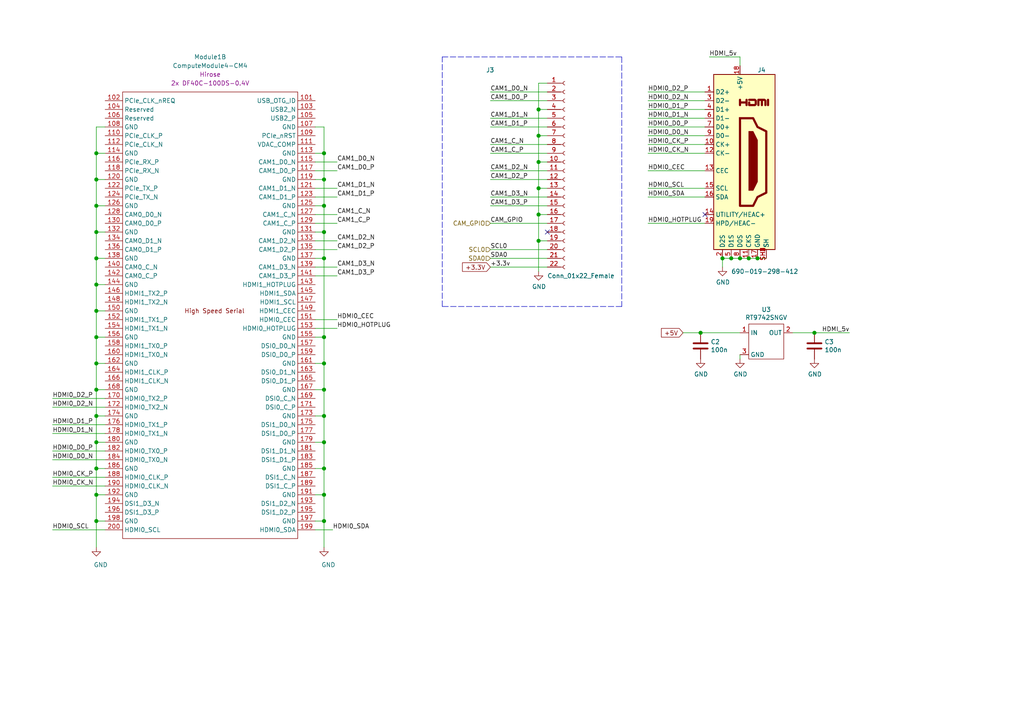
<source format=kicad_sch>
(kicad_sch (version 20211123) (generator eeschema)

  (uuid 0b8dd4cb-28e3-49ab-afec-90b2acc5e429)

  (paper "A4")

  (title_block
    (title "EZhud CM4 Carrier Board")
    (date "2022-07-17")
    (rev "v01")
    (company "ClearNav")
  )

  (lib_symbols
    (symbol "CM4IO:ComputeModule4-CM4" (in_bom yes) (on_board yes)
      (property "Reference" "Module" (id 0) (at 113.03 -68.58 0)
        (effects (font (size 1.27 1.27)))
      )
      (property "Value" "ComputeModule4-CM4" (id 1) (at 140.97 2.54 0)
        (effects (font (size 1.27 1.27)))
      )
      (property "Footprint" "CM4IO:Raspberry-Pi-4-Compute-Module" (id 2) (at 142.24 -26.67 0)
        (effects (font (size 1.27 1.27)) hide)
      )
      (property "Datasheet" "" (id 3) (at 142.24 -26.67 0)
        (effects (font (size 1.27 1.27)) hide)
      )
      (property "Manufacturer" "Hirose" (id 4) (at 0 0 0)
        (effects (font (size 1.27 1.27)))
      )
      (property "MPN" "2x DF40C-100DS-0.4V" (id 5) (at 0 -2.54 0)
        (effects (font (size 1.27 1.27)))
      )
      (property "Digi-Key_PN" "2x H11615CT-ND" (id 6) (at 0 0 0)
        (effects (font (size 1.27 1.27)) hide)
      )
      (property "Digi-Key_PN (Alt)" "2x H124602CT-ND" (id 7) (at 0 0 0)
        (effects (font (size 1.27 1.27)) hide)
      )
      (property "MPN (Alt)" "2x DF40HC(3.0)-100DS-0.4V" (id 8) (at 0 0 0)
        (effects (font (size 1.27 1.27)))
      )
      (symbol "ComputeModule4-CM4_1_0"
        (text "GPIO" (at 0 6.35 0)
          (effects (font (size 1.27 1.27)))
        )
      )
      (symbol "ComputeModule4-CM4_1_1"
        (rectangle (start -30.48 -71.12) (end 25.4 58.42)
          (stroke (width 0) (type default) (color 0 0 0 0))
          (fill (type none))
        )
        (text "600mA Max" (at -8.89 -53.34 0)
          (effects (font (size 1.27 1.27)))
        )
        (text "600mA Max" (at -8.89 -48.26 0)
          (effects (font (size 1.27 1.27)))
        )
        (text "NB SD signals are only available" (at -1.27 -27.94 0)
          (effects (font (size 1.27 1.27)))
        )
        (text "on modules without eMMC" (at -1.27 -30.48 0)
          (effects (font (size 1.27 1.27)))
        )
        (pin power_in line (at 27.94 55.88 180) (length 2.54)
          (name "GND" (effects (font (size 1.27 1.27))))
          (number "1" (effects (font (size 1.27 1.27))))
        )
        (pin passive line (at -33.02 45.72 0) (length 2.54)
          (name "Ethernet_Pair0_N" (effects (font (size 1.27 1.27))))
          (number "10" (effects (font (size 1.27 1.27))))
        )
        (pin output line (at -33.02 -68.58 0) (length 2.54)
          (name "nEXTRST" (effects (font (size 1.27 1.27))))
          (number "100" (effects (font (size 1.27 1.27))))
        )
        (pin passive line (at 27.94 43.18 180) (length 2.54)
          (name "Ethernet_Pair2_P" (effects (font (size 1.27 1.27))))
          (number "11" (effects (font (size 1.27 1.27))))
        )
        (pin passive line (at -33.02 43.18 0) (length 2.54)
          (name "Ethernet_Pair0_P" (effects (font (size 1.27 1.27))))
          (number "12" (effects (font (size 1.27 1.27))))
        )
        (pin power_in line (at 27.94 40.64 180) (length 2.54)
          (name "GND" (effects (font (size 1.27 1.27))))
          (number "13" (effects (font (size 1.27 1.27))))
        )
        (pin power_in line (at -33.02 40.64 0) (length 2.54)
          (name "GND" (effects (font (size 1.27 1.27))))
          (number "14" (effects (font (size 1.27 1.27))))
        )
        (pin output line (at 27.94 38.1 180) (length 2.54)
          (name "Ethernet_nLED3(3.3v)" (effects (font (size 1.27 1.27))))
          (number "15" (effects (font (size 1.27 1.27))))
        )
        (pin input line (at -33.02 38.1 0) (length 2.54)
          (name "Ethernet_SYNC_IN(1.8v)" (effects (font (size 1.27 1.27))))
          (number "16" (effects (font (size 1.27 1.27))))
        )
        (pin output line (at 27.94 35.56 180) (length 2.54)
          (name "Ethernet_nLED2(3.3v)" (effects (font (size 1.27 1.27))))
          (number "17" (effects (font (size 1.27 1.27))))
        )
        (pin input line (at -33.02 35.56 0) (length 2.54)
          (name "Ethernet_SYNC_OUT(1.8v)" (effects (font (size 1.27 1.27))))
          (number "18" (effects (font (size 1.27 1.27))))
        )
        (pin output line (at 27.94 33.02 180) (length 2.54)
          (name "Ethernet_nLED1(3.3v)" (effects (font (size 1.27 1.27))))
          (number "19" (effects (font (size 1.27 1.27))))
        )
        (pin power_in line (at -33.02 55.88 0) (length 2.54)
          (name "GND" (effects (font (size 1.27 1.27))))
          (number "2" (effects (font (size 1.27 1.27))))
        )
        (pin passive line (at -33.02 33.02 0) (length 2.54)
          (name "EEPROM_nWP" (effects (font (size 1.27 1.27))))
          (number "20" (effects (font (size 1.27 1.27))))
        )
        (pin open_collector line (at 27.94 30.48 180) (length 2.54)
          (name "PI_nLED_Activity" (effects (font (size 1.27 1.27))))
          (number "21" (effects (font (size 1.27 1.27))))
        )
        (pin power_in line (at -33.02 30.48 0) (length 2.54)
          (name "GND" (effects (font (size 1.27 1.27))))
          (number "22" (effects (font (size 1.27 1.27))))
        )
        (pin power_in line (at 27.94 27.94 180) (length 2.54)
          (name "GND" (effects (font (size 1.27 1.27))))
          (number "23" (effects (font (size 1.27 1.27))))
        )
        (pin passive line (at -33.02 27.94 0) (length 2.54)
          (name "GPIO26" (effects (font (size 1.27 1.27))))
          (number "24" (effects (font (size 1.27 1.27))))
        )
        (pin passive line (at 27.94 25.4 180) (length 2.54)
          (name "GPIO21" (effects (font (size 1.27 1.27))))
          (number "25" (effects (font (size 1.27 1.27))))
        )
        (pin passive line (at -33.02 25.4 0) (length 2.54)
          (name "GPIO19" (effects (font (size 1.27 1.27))))
          (number "26" (effects (font (size 1.27 1.27))))
        )
        (pin passive line (at 27.94 22.86 180) (length 2.54)
          (name "GPIO20" (effects (font (size 1.27 1.27))))
          (number "27" (effects (font (size 1.27 1.27))))
        )
        (pin passive line (at -33.02 22.86 0) (length 2.54)
          (name "GPIO13" (effects (font (size 1.27 1.27))))
          (number "28" (effects (font (size 1.27 1.27))))
        )
        (pin passive line (at 27.94 20.32 180) (length 2.54)
          (name "GPIO16" (effects (font (size 1.27 1.27))))
          (number "29" (effects (font (size 1.27 1.27))))
        )
        (pin passive line (at 27.94 53.34 180) (length 2.54)
          (name "Ethernet_Pair3_P" (effects (font (size 1.27 1.27))))
          (number "3" (effects (font (size 1.27 1.27))))
        )
        (pin passive line (at -33.02 20.32 0) (length 2.54)
          (name "GPIO6" (effects (font (size 1.27 1.27))))
          (number "30" (effects (font (size 1.27 1.27))))
        )
        (pin passive line (at 27.94 17.78 180) (length 2.54)
          (name "GPIO12" (effects (font (size 1.27 1.27))))
          (number "31" (effects (font (size 1.27 1.27))))
        )
        (pin power_in line (at -33.02 17.78 0) (length 2.54)
          (name "GND" (effects (font (size 1.27 1.27))))
          (number "32" (effects (font (size 1.27 1.27))))
        )
        (pin power_in line (at 27.94 15.24 180) (length 2.54)
          (name "GND" (effects (font (size 1.27 1.27))))
          (number "33" (effects (font (size 1.27 1.27))))
        )
        (pin passive line (at -33.02 15.24 0) (length 2.54)
          (name "GPIO5" (effects (font (size 1.27 1.27))))
          (number "34" (effects (font (size 1.27 1.27))))
        )
        (pin passive line (at 27.94 12.7 180) (length 2.54)
          (name "ID_SC" (effects (font (size 1.27 1.27))))
          (number "35" (effects (font (size 1.27 1.27))))
        )
        (pin passive line (at -33.02 12.7 0) (length 2.54)
          (name "ID_SD" (effects (font (size 1.27 1.27))))
          (number "36" (effects (font (size 1.27 1.27))))
        )
        (pin passive line (at 27.94 10.16 180) (length 2.54)
          (name "GPIO7" (effects (font (size 1.27 1.27))))
          (number "37" (effects (font (size 1.27 1.27))))
        )
        (pin passive line (at -33.02 10.16 0) (length 2.54)
          (name "GPIO11" (effects (font (size 1.27 1.27))))
          (number "38" (effects (font (size 1.27 1.27))))
        )
        (pin passive line (at 27.94 7.62 180) (length 2.54)
          (name "GPIO8" (effects (font (size 1.27 1.27))))
          (number "39" (effects (font (size 1.27 1.27))))
        )
        (pin passive line (at -33.02 53.34 0) (length 2.54)
          (name "Ethernet_Pair1_P" (effects (font (size 1.27 1.27))))
          (number "4" (effects (font (size 1.27 1.27))))
        )
        (pin passive line (at -33.02 7.62 0) (length 2.54)
          (name "GPIO9" (effects (font (size 1.27 1.27))))
          (number "40" (effects (font (size 1.27 1.27))))
        )
        (pin passive line (at 27.94 5.08 180) (length 2.54)
          (name "GPIO25" (effects (font (size 1.27 1.27))))
          (number "41" (effects (font (size 1.27 1.27))))
        )
        (pin power_in line (at -33.02 5.08 0) (length 2.54)
          (name "GND" (effects (font (size 1.27 1.27))))
          (number "42" (effects (font (size 1.27 1.27))))
        )
        (pin power_in line (at 27.94 2.54 180) (length 2.54)
          (name "GND" (effects (font (size 1.27 1.27))))
          (number "43" (effects (font (size 1.27 1.27))))
        )
        (pin passive line (at -33.02 2.54 0) (length 2.54)
          (name "GPIO10" (effects (font (size 1.27 1.27))))
          (number "44" (effects (font (size 1.27 1.27))))
        )
        (pin passive line (at 27.94 0 180) (length 2.54)
          (name "GPIO24" (effects (font (size 1.27 1.27))))
          (number "45" (effects (font (size 1.27 1.27))))
        )
        (pin passive line (at -33.02 0 0) (length 2.54)
          (name "GPIO22" (effects (font (size 1.27 1.27))))
          (number "46" (effects (font (size 1.27 1.27))))
        )
        (pin passive line (at 27.94 -2.54 180) (length 2.54)
          (name "GPIO23" (effects (font (size 1.27 1.27))))
          (number "47" (effects (font (size 1.27 1.27))))
        )
        (pin passive line (at -33.02 -2.54 0) (length 2.54)
          (name "GPIO27" (effects (font (size 1.27 1.27))))
          (number "48" (effects (font (size 1.27 1.27))))
        )
        (pin passive line (at 27.94 -5.08 180) (length 2.54)
          (name "GPIO18" (effects (font (size 1.27 1.27))))
          (number "49" (effects (font (size 1.27 1.27))))
        )
        (pin passive line (at 27.94 50.8 180) (length 2.54)
          (name "Ethernet_Pair3_N" (effects (font (size 1.27 1.27))))
          (number "5" (effects (font (size 1.27 1.27))))
        )
        (pin passive line (at -33.02 -5.08 0) (length 2.54)
          (name "GPIO17" (effects (font (size 1.27 1.27))))
          (number "50" (effects (font (size 1.27 1.27))))
        )
        (pin passive line (at 27.94 -7.62 180) (length 2.54)
          (name "GPIO15" (effects (font (size 1.27 1.27))))
          (number "51" (effects (font (size 1.27 1.27))))
        )
        (pin power_in line (at -33.02 -7.62 0) (length 2.54)
          (name "GND" (effects (font (size 1.27 1.27))))
          (number "52" (effects (font (size 1.27 1.27))))
        )
        (pin power_in line (at 27.94 -10.16 180) (length 2.54)
          (name "GND" (effects (font (size 1.27 1.27))))
          (number "53" (effects (font (size 1.27 1.27))))
        )
        (pin passive line (at -33.02 -10.16 0) (length 2.54)
          (name "GPIO4" (effects (font (size 1.27 1.27))))
          (number "54" (effects (font (size 1.27 1.27))))
        )
        (pin passive line (at 27.94 -12.7 180) (length 2.54)
          (name "GPIO14" (effects (font (size 1.27 1.27))))
          (number "55" (effects (font (size 1.27 1.27))))
        )
        (pin passive line (at -33.02 -12.7 0) (length 2.54)
          (name "GPIO3" (effects (font (size 1.27 1.27))))
          (number "56" (effects (font (size 1.27 1.27))))
        )
        (pin passive line (at 27.94 -15.24 180) (length 2.54)
          (name "SD_CLK" (effects (font (size 1.27 1.27))))
          (number "57" (effects (font (size 1.27 1.27))))
        )
        (pin passive line (at -33.02 -15.24 0) (length 2.54)
          (name "GPIO2" (effects (font (size 1.27 1.27))))
          (number "58" (effects (font (size 1.27 1.27))))
        )
        (pin power_in line (at 27.94 -17.78 180) (length 2.54)
          (name "GND" (effects (font (size 1.27 1.27))))
          (number "59" (effects (font (size 1.27 1.27))))
        )
        (pin passive line (at -33.02 50.8 0) (length 2.54)
          (name "Ethernet_Pair1_N" (effects (font (size 1.27 1.27))))
          (number "6" (effects (font (size 1.27 1.27))))
        )
        (pin power_in line (at -33.02 -17.78 0) (length 2.54)
          (name "GND" (effects (font (size 1.27 1.27))))
          (number "60" (effects (font (size 1.27 1.27))))
        )
        (pin passive line (at 27.94 -20.32 180) (length 2.54)
          (name "SD_DAT3" (effects (font (size 1.27 1.27))))
          (number "61" (effects (font (size 1.27 1.27))))
        )
        (pin passive line (at -33.02 -20.32 0) (length 2.54)
          (name "SD_CMD" (effects (font (size 1.27 1.27))))
          (number "62" (effects (font (size 1.27 1.27))))
        )
        (pin passive line (at 27.94 -22.86 180) (length 2.54)
          (name "SD_DAT0" (effects (font (size 1.27 1.27))))
          (number "63" (effects (font (size 1.27 1.27))))
        )
        (pin passive line (at -33.02 -22.86 0) (length 2.54)
          (name "SD_DAT5" (effects (font (size 1.27 1.27))))
          (number "64" (effects (font (size 1.27 1.27))))
        )
        (pin power_in line (at 27.94 -25.4 180) (length 2.54)
          (name "GND" (effects (font (size 1.27 1.27))))
          (number "65" (effects (font (size 1.27 1.27))))
        )
        (pin power_in line (at -33.02 -25.4 0) (length 2.54)
          (name "GND" (effects (font (size 1.27 1.27))))
          (number "66" (effects (font (size 1.27 1.27))))
        )
        (pin passive line (at 27.94 -27.94 180) (length 2.54)
          (name "SD_DAT1" (effects (font (size 1.27 1.27))))
          (number "67" (effects (font (size 1.27 1.27))))
        )
        (pin passive line (at -33.02 -27.94 0) (length 2.54)
          (name "SD_DAT4" (effects (font (size 1.27 1.27))))
          (number "68" (effects (font (size 1.27 1.27))))
        )
        (pin passive line (at 27.94 -30.48 180) (length 2.54)
          (name "SD_DAT2" (effects (font (size 1.27 1.27))))
          (number "69" (effects (font (size 1.27 1.27))))
        )
        (pin power_in line (at 27.94 48.26 180) (length 2.54)
          (name "GND" (effects (font (size 1.27 1.27))))
          (number "7" (effects (font (size 1.27 1.27))))
        )
        (pin passive line (at -33.02 -30.48 0) (length 2.54)
          (name "SD_DAT7" (effects (font (size 1.27 1.27))))
          (number "70" (effects (font (size 1.27 1.27))))
        )
        (pin power_in line (at 27.94 -33.02 180) (length 2.54)
          (name "GND" (effects (font (size 1.27 1.27))))
          (number "71" (effects (font (size 1.27 1.27))))
        )
        (pin passive line (at -33.02 -33.02 0) (length 2.54)
          (name "SD_DAT6" (effects (font (size 1.27 1.27))))
          (number "72" (effects (font (size 1.27 1.27))))
        )
        (pin input line (at 27.94 -35.56 180) (length 2.54)
          (name "SD_VDD_Override" (effects (font (size 1.27 1.27))))
          (number "73" (effects (font (size 1.27 1.27))))
        )
        (pin power_in line (at -33.02 -35.56 0) (length 2.54)
          (name "GND" (effects (font (size 1.27 1.27))))
          (number "74" (effects (font (size 1.27 1.27))))
        )
        (pin output line (at 27.94 -38.1 180) (length 2.54)
          (name "SD_PWR_ON" (effects (font (size 1.27 1.27))))
          (number "75" (effects (font (size 1.27 1.27))))
        )
        (pin passive line (at -33.02 -38.1 0) (length 2.54)
          (name "Reserved" (effects (font (size 1.27 1.27))))
          (number "76" (effects (font (size 1.27 1.27))))
        )
        (pin power_in line (at 27.94 -40.64 180) (length 2.54)
          (name "+5v_(Input)" (effects (font (size 1.27 1.27))))
          (number "77" (effects (font (size 1.27 1.27))))
        )
        (pin power_in line (at -33.02 -40.64 0) (length 2.54)
          (name "GPIO_VREF(1.8v/3.3v_Input)" (effects (font (size 1.27 1.27))))
          (number "78" (effects (font (size 1.27 1.27))))
        )
        (pin power_in line (at 27.94 -43.18 180) (length 2.54)
          (name "+5v_(Input)" (effects (font (size 1.27 1.27))))
          (number "79" (effects (font (size 1.27 1.27))))
        )
        (pin power_in line (at -33.02 48.26 0) (length 2.54)
          (name "GND" (effects (font (size 1.27 1.27))))
          (number "8" (effects (font (size 1.27 1.27))))
        )
        (pin passive line (at -33.02 -43.18 0) (length 2.54)
          (name "SCL0" (effects (font (size 1.27 1.27))))
          (number "80" (effects (font (size 1.27 1.27))))
        )
        (pin power_in line (at 27.94 -45.72 180) (length 2.54)
          (name "+5v_(Input)" (effects (font (size 1.27 1.27))))
          (number "81" (effects (font (size 1.27 1.27))))
        )
        (pin passive line (at -33.02 -45.72 0) (length 2.54)
          (name "SDA0" (effects (font (size 1.27 1.27))))
          (number "82" (effects (font (size 1.27 1.27))))
        )
        (pin power_in line (at 27.94 -48.26 180) (length 2.54)
          (name "+5v_(Input)" (effects (font (size 1.27 1.27))))
          (number "83" (effects (font (size 1.27 1.27))))
        )
        (pin power_out line (at -33.02 -48.26 0) (length 2.54)
          (name "+3.3v_(Output)" (effects (font (size 1.27 1.27))))
          (number "84" (effects (font (size 1.27 1.27))))
        )
        (pin power_in line (at 27.94 -50.8 180) (length 2.54)
          (name "+5v_(Input)" (effects (font (size 1.27 1.27))))
          (number "85" (effects (font (size 1.27 1.27))))
        )
        (pin power_out line (at -33.02 -50.8 0) (length 2.54)
          (name "+3.3v_(Output)" (effects (font (size 1.27 1.27))))
          (number "86" (effects (font (size 1.27 1.27))))
        )
        (pin power_in line (at 27.94 -53.34 180) (length 2.54)
          (name "+5v_(Input)" (effects (font (size 1.27 1.27))))
          (number "87" (effects (font (size 1.27 1.27))))
        )
        (pin power_out line (at -33.02 -53.34 0) (length 2.54)
          (name "+1.8v_(Output)" (effects (font (size 1.27 1.27))))
          (number "88" (effects (font (size 1.27 1.27))))
        )
        (pin power_in line (at 27.94 -55.88 180) (length 2.54)
          (name "WiFi_nDisable" (effects (font (size 1.27 1.27))))
          (number "89" (effects (font (size 1.27 1.27))))
        )
        (pin passive line (at 27.94 45.72 180) (length 2.54)
          (name "Ethernet_Pair2_N" (effects (font (size 1.27 1.27))))
          (number "9" (effects (font (size 1.27 1.27))))
        )
        (pin power_out line (at -33.02 -55.88 0) (length 2.54)
          (name "+1.8v_(Output)" (effects (font (size 1.27 1.27))))
          (number "90" (effects (font (size 1.27 1.27))))
        )
        (pin power_in line (at 27.94 -58.42 180) (length 2.54)
          (name "BT_nDisable" (effects (font (size 1.27 1.27))))
          (number "91" (effects (font (size 1.27 1.27))))
        )
        (pin passive line (at -33.02 -58.42 0) (length 2.54)
          (name "RUN_PG" (effects (font (size 1.27 1.27))))
          (number "92" (effects (font (size 1.27 1.27))))
        )
        (pin input line (at 27.94 -60.96 180) (length 2.54)
          (name "nRPIBOOT" (effects (font (size 1.27 1.27))))
          (number "93" (effects (font (size 1.27 1.27))))
        )
        (pin passive line (at -33.02 -60.96 0) (length 2.54)
          (name "AnalogIP0" (effects (font (size 1.27 1.27))))
          (number "94" (effects (font (size 1.27 1.27))))
        )
        (pin output line (at 27.94 -63.5 180) (length 2.54)
          (name "nPI_LED_PWR" (effects (font (size 1.27 1.27))))
          (number "95" (effects (font (size 1.27 1.27))))
        )
        (pin passive line (at -33.02 -63.5 0) (length 2.54)
          (name "AnalogIP1" (effects (font (size 1.27 1.27))))
          (number "96" (effects (font (size 1.27 1.27))))
        )
        (pin passive line (at 27.94 -66.04 180) (length 2.54)
          (name "Camera_GPIO" (effects (font (size 1.27 1.27))))
          (number "97" (effects (font (size 1.27 1.27))))
        )
        (pin power_in line (at -33.02 -66.04 0) (length 2.54)
          (name "GND" (effects (font (size 1.27 1.27))))
          (number "98" (effects (font (size 1.27 1.27))))
        )
        (pin input line (at 27.94 -68.58 180) (length 2.54)
          (name "Global_EN" (effects (font (size 1.27 1.27))))
          (number "99" (effects (font (size 1.27 1.27))))
        )
      )
      (symbol "ComputeModule4-CM4_2_1"
        (rectangle (start 114.3 -66.04) (end 165.1 63.5)
          (stroke (width 0) (type default) (color 0 0 0 0))
          (fill (type none))
        )
        (text "High Speed Serial" (at 140.97 0 0)
          (effects (font (size 1.27 1.27)))
        )
        (pin input line (at 170.18 60.96 180) (length 5.08)
          (name "USB_OTG_ID" (effects (font (size 1.27 1.27))))
          (number "101" (effects (font (size 1.27 1.27))))
        )
        (pin input line (at 109.22 60.96 0) (length 5.08)
          (name "PCIe_CLK_nREQ" (effects (font (size 1.27 1.27))))
          (number "102" (effects (font (size 1.27 1.27))))
        )
        (pin passive line (at 170.18 58.42 180) (length 5.08)
          (name "USB2_N" (effects (font (size 1.27 1.27))))
          (number "103" (effects (font (size 1.27 1.27))))
        )
        (pin passive line (at 109.22 58.42 0) (length 5.08)
          (name "Reserved" (effects (font (size 1.27 1.27))))
          (number "104" (effects (font (size 1.27 1.27))))
        )
        (pin passive line (at 170.18 55.88 180) (length 5.08)
          (name "USB2_P" (effects (font (size 1.27 1.27))))
          (number "105" (effects (font (size 1.27 1.27))))
        )
        (pin passive line (at 109.22 55.88 0) (length 5.08)
          (name "Reserved" (effects (font (size 1.27 1.27))))
          (number "106" (effects (font (size 1.27 1.27))))
        )
        (pin power_in line (at 170.18 53.34 180) (length 5.08)
          (name "GND" (effects (font (size 1.27 1.27))))
          (number "107" (effects (font (size 1.27 1.27))))
        )
        (pin power_in line (at 109.22 53.34 0) (length 5.08)
          (name "GND" (effects (font (size 1.27 1.27))))
          (number "108" (effects (font (size 1.27 1.27))))
        )
        (pin bidirectional line (at 170.18 50.8 180) (length 5.08)
          (name "PCIe_nRST" (effects (font (size 1.27 1.27))))
          (number "109" (effects (font (size 1.27 1.27))))
        )
        (pin output line (at 109.22 50.8 0) (length 5.08)
          (name "PCIe_CLK_P" (effects (font (size 1.27 1.27))))
          (number "110" (effects (font (size 1.27 1.27))))
        )
        (pin passive line (at 170.18 48.26 180) (length 5.08)
          (name "VDAC_COMP" (effects (font (size 1.27 1.27))))
          (number "111" (effects (font (size 1.27 1.27))))
        )
        (pin output line (at 109.22 48.26 0) (length 5.08)
          (name "PCIe_CLK_N" (effects (font (size 1.27 1.27))))
          (number "112" (effects (font (size 1.27 1.27))))
        )
        (pin power_in line (at 170.18 45.72 180) (length 5.08)
          (name "GND" (effects (font (size 1.27 1.27))))
          (number "113" (effects (font (size 1.27 1.27))))
        )
        (pin power_in line (at 109.22 45.72 0) (length 5.08)
          (name "GND" (effects (font (size 1.27 1.27))))
          (number "114" (effects (font (size 1.27 1.27))))
        )
        (pin input line (at 170.18 43.18 180) (length 5.08)
          (name "CAM1_D0_N" (effects (font (size 1.27 1.27))))
          (number "115" (effects (font (size 1.27 1.27))))
        )
        (pin input line (at 109.22 43.18 0) (length 5.08)
          (name "PCIe_RX_P" (effects (font (size 1.27 1.27))))
          (number "116" (effects (font (size 1.27 1.27))))
        )
        (pin input line (at 170.18 40.64 180) (length 5.08)
          (name "CAM1_D0_P" (effects (font (size 1.27 1.27))))
          (number "117" (effects (font (size 1.27 1.27))))
        )
        (pin input line (at 109.22 40.64 0) (length 5.08)
          (name "PCIe_RX_N" (effects (font (size 1.27 1.27))))
          (number "118" (effects (font (size 1.27 1.27))))
        )
        (pin power_in line (at 170.18 38.1 180) (length 5.08)
          (name "GND" (effects (font (size 1.27 1.27))))
          (number "119" (effects (font (size 1.27 1.27))))
        )
        (pin power_in line (at 109.22 38.1 0) (length 5.08)
          (name "GND" (effects (font (size 1.27 1.27))))
          (number "120" (effects (font (size 1.27 1.27))))
        )
        (pin input line (at 170.18 35.56 180) (length 5.08)
          (name "CAM1_D1_N" (effects (font (size 1.27 1.27))))
          (number "121" (effects (font (size 1.27 1.27))))
        )
        (pin output line (at 109.22 35.56 0) (length 5.08)
          (name "PCIe_TX_P" (effects (font (size 1.27 1.27))))
          (number "122" (effects (font (size 1.27 1.27))))
        )
        (pin input line (at 170.18 33.02 180) (length 5.08)
          (name "CAM1_D1_P" (effects (font (size 1.27 1.27))))
          (number "123" (effects (font (size 1.27 1.27))))
        )
        (pin output line (at 109.22 33.02 0) (length 5.08)
          (name "PCIe_TX_N" (effects (font (size 1.27 1.27))))
          (number "124" (effects (font (size 1.27 1.27))))
        )
        (pin power_in line (at 170.18 30.48 180) (length 5.08)
          (name "GND" (effects (font (size 1.27 1.27))))
          (number "125" (effects (font (size 1.27 1.27))))
        )
        (pin power_in line (at 109.22 30.48 0) (length 5.08)
          (name "GND" (effects (font (size 1.27 1.27))))
          (number "126" (effects (font (size 1.27 1.27))))
        )
        (pin input line (at 170.18 27.94 180) (length 5.08)
          (name "CAM1_C_N" (effects (font (size 1.27 1.27))))
          (number "127" (effects (font (size 1.27 1.27))))
        )
        (pin input line (at 109.22 27.94 0) (length 5.08)
          (name "CAM0_D0_N" (effects (font (size 1.27 1.27))))
          (number "128" (effects (font (size 1.27 1.27))))
        )
        (pin input line (at 170.18 25.4 180) (length 5.08)
          (name "CAM1_C_P" (effects (font (size 1.27 1.27))))
          (number "129" (effects (font (size 1.27 1.27))))
        )
        (pin input line (at 109.22 25.4 0) (length 5.08)
          (name "CAM0_D0_P" (effects (font (size 1.27 1.27))))
          (number "130" (effects (font (size 1.27 1.27))))
        )
        (pin power_in line (at 170.18 22.86 180) (length 5.08)
          (name "GND" (effects (font (size 1.27 1.27))))
          (number "131" (effects (font (size 1.27 1.27))))
        )
        (pin power_in line (at 109.22 22.86 0) (length 5.08)
          (name "GND" (effects (font (size 1.27 1.27))))
          (number "132" (effects (font (size 1.27 1.27))))
        )
        (pin input line (at 170.18 20.32 180) (length 5.08)
          (name "CAM1_D2_N" (effects (font (size 1.27 1.27))))
          (number "133" (effects (font (size 1.27 1.27))))
        )
        (pin input line (at 109.22 20.32 0) (length 5.08)
          (name "CAM0_D1_N" (effects (font (size 1.27 1.27))))
          (number "134" (effects (font (size 1.27 1.27))))
        )
        (pin input line (at 170.18 17.78 180) (length 5.08)
          (name "CAM1_D2_P" (effects (font (size 1.27 1.27))))
          (number "135" (effects (font (size 1.27 1.27))))
        )
        (pin input line (at 109.22 17.78 0) (length 5.08)
          (name "CAM0_D1_P" (effects (font (size 1.27 1.27))))
          (number "136" (effects (font (size 1.27 1.27))))
        )
        (pin power_in line (at 170.18 15.24 180) (length 5.08)
          (name "GND" (effects (font (size 1.27 1.27))))
          (number "137" (effects (font (size 1.27 1.27))))
        )
        (pin power_in line (at 109.22 15.24 0) (length 5.08)
          (name "GND" (effects (font (size 1.27 1.27))))
          (number "138" (effects (font (size 1.27 1.27))))
        )
        (pin input line (at 170.18 12.7 180) (length 5.08)
          (name "CAM1_D3_N" (effects (font (size 1.27 1.27))))
          (number "139" (effects (font (size 1.27 1.27))))
        )
        (pin input line (at 109.22 12.7 0) (length 5.08)
          (name "CAM0_C_N" (effects (font (size 1.27 1.27))))
          (number "140" (effects (font (size 1.27 1.27))))
        )
        (pin input line (at 170.18 10.16 180) (length 5.08)
          (name "CAM1_D3_P" (effects (font (size 1.27 1.27))))
          (number "141" (effects (font (size 1.27 1.27))))
        )
        (pin input line (at 109.22 10.16 0) (length 5.08)
          (name "CAM0_C_P" (effects (font (size 1.27 1.27))))
          (number "142" (effects (font (size 1.27 1.27))))
        )
        (pin input line (at 170.18 7.62 180) (length 5.08)
          (name "HDMI1_HOTPLUG" (effects (font (size 1.27 1.27))))
          (number "143" (effects (font (size 1.27 1.27))))
        )
        (pin power_in line (at 109.22 7.62 0) (length 5.08)
          (name "GND" (effects (font (size 1.27 1.27))))
          (number "144" (effects (font (size 1.27 1.27))))
        )
        (pin bidirectional line (at 170.18 5.08 180) (length 5.08)
          (name "HDMI1_SDA" (effects (font (size 1.27 1.27))))
          (number "145" (effects (font (size 1.27 1.27))))
        )
        (pin output line (at 109.22 5.08 0) (length 5.08)
          (name "HDMI1_TX2_P" (effects (font (size 1.27 1.27))))
          (number "146" (effects (font (size 1.27 1.27))))
        )
        (pin open_collector line (at 170.18 2.54 180) (length 5.08)
          (name "HDMI1_SCL" (effects (font (size 1.27 1.27))))
          (number "147" (effects (font (size 1.27 1.27))))
        )
        (pin output line (at 109.22 2.54 0) (length 5.08)
          (name "HDMI1_TX2_N" (effects (font (size 1.27 1.27))))
          (number "148" (effects (font (size 1.27 1.27))))
        )
        (pin open_collector line (at 170.18 0 180) (length 5.08)
          (name "HDMI1_CEC" (effects (font (size 1.27 1.27))))
          (number "149" (effects (font (size 1.27 1.27))))
        )
        (pin power_in line (at 109.22 0 0) (length 5.08)
          (name "GND" (effects (font (size 1.27 1.27))))
          (number "150" (effects (font (size 1.27 1.27))))
        )
        (pin open_collector line (at 170.18 -2.54 180) (length 5.08)
          (name "HDMI0_CEC" (effects (font (size 1.27 1.27))))
          (number "151" (effects (font (size 1.27 1.27))))
        )
        (pin output line (at 109.22 -2.54 0) (length 5.08)
          (name "HDMI1_TX1_P" (effects (font (size 1.27 1.27))))
          (number "152" (effects (font (size 1.27 1.27))))
        )
        (pin input line (at 170.18 -5.08 180) (length 5.08)
          (name "HDMI0_HOTPLUG" (effects (font (size 1.27 1.27))))
          (number "153" (effects (font (size 1.27 1.27))))
        )
        (pin output line (at 109.22 -5.08 0) (length 5.08)
          (name "HDMI1_TX1_N" (effects (font (size 1.27 1.27))))
          (number "154" (effects (font (size 1.27 1.27))))
        )
        (pin power_in line (at 170.18 -7.62 180) (length 5.08)
          (name "GND" (effects (font (size 1.27 1.27))))
          (number "155" (effects (font (size 1.27 1.27))))
        )
        (pin power_in line (at 109.22 -7.62 0) (length 5.08)
          (name "GND" (effects (font (size 1.27 1.27))))
          (number "156" (effects (font (size 1.27 1.27))))
        )
        (pin output line (at 170.18 -10.16 180) (length 5.08)
          (name "DSI0_D0_N" (effects (font (size 1.27 1.27))))
          (number "157" (effects (font (size 1.27 1.27))))
        )
        (pin output line (at 109.22 -10.16 0) (length 5.08)
          (name "HDMI1_TX0_P" (effects (font (size 1.27 1.27))))
          (number "158" (effects (font (size 1.27 1.27))))
        )
        (pin output line (at 170.18 -12.7 180) (length 5.08)
          (name "DSI0_D0_P" (effects (font (size 1.27 1.27))))
          (number "159" (effects (font (size 1.27 1.27))))
        )
        (pin output line (at 109.22 -12.7 0) (length 5.08)
          (name "HDMI1_TX0_N" (effects (font (size 1.27 1.27))))
          (number "160" (effects (font (size 1.27 1.27))))
        )
        (pin power_in line (at 170.18 -15.24 180) (length 5.08)
          (name "GND" (effects (font (size 1.27 1.27))))
          (number "161" (effects (font (size 1.27 1.27))))
        )
        (pin power_in line (at 109.22 -15.24 0) (length 5.08)
          (name "GND" (effects (font (size 1.27 1.27))))
          (number "162" (effects (font (size 1.27 1.27))))
        )
        (pin output line (at 170.18 -17.78 180) (length 5.08)
          (name "DSI0_D1_N" (effects (font (size 1.27 1.27))))
          (number "163" (effects (font (size 1.27 1.27))))
        )
        (pin output line (at 109.22 -17.78 0) (length 5.08)
          (name "HDMI1_CLK_P" (effects (font (size 1.27 1.27))))
          (number "164" (effects (font (size 1.27 1.27))))
        )
        (pin output line (at 170.18 -20.32 180) (length 5.08)
          (name "DSI0_D1_P" (effects (font (size 1.27 1.27))))
          (number "165" (effects (font (size 1.27 1.27))))
        )
        (pin output line (at 109.22 -20.32 0) (length 5.08)
          (name "HDMI1_CLK_N" (effects (font (size 1.27 1.27))))
          (number "166" (effects (font (size 1.27 1.27))))
        )
        (pin power_in line (at 170.18 -22.86 180) (length 5.08)
          (name "GND" (effects (font (size 1.27 1.27))))
          (number "167" (effects (font (size 1.27 1.27))))
        )
        (pin power_in line (at 109.22 -22.86 0) (length 5.08)
          (name "GND" (effects (font (size 1.27 1.27))))
          (number "168" (effects (font (size 1.27 1.27))))
        )
        (pin output line (at 170.18 -25.4 180) (length 5.08)
          (name "DSI0_C_N" (effects (font (size 1.27 1.27))))
          (number "169" (effects (font (size 1.27 1.27))))
        )
        (pin output line (at 109.22 -25.4 0) (length 5.08)
          (name "HDMI0_TX2_P" (effects (font (size 1.27 1.27))))
          (number "170" (effects (font (size 1.27 1.27))))
        )
        (pin output line (at 170.18 -27.94 180) (length 5.08)
          (name "DSI0_C_P" (effects (font (size 1.27 1.27))))
          (number "171" (effects (font (size 1.27 1.27))))
        )
        (pin output line (at 109.22 -27.94 0) (length 5.08)
          (name "HDMI0_TX2_N" (effects (font (size 1.27 1.27))))
          (number "172" (effects (font (size 1.27 1.27))))
        )
        (pin power_in line (at 170.18 -30.48 180) (length 5.08)
          (name "GND" (effects (font (size 1.27 1.27))))
          (number "173" (effects (font (size 1.27 1.27))))
        )
        (pin power_in line (at 109.22 -30.48 0) (length 5.08)
          (name "GND" (effects (font (size 1.27 1.27))))
          (number "174" (effects (font (size 1.27 1.27))))
        )
        (pin output line (at 170.18 -33.02 180) (length 5.08)
          (name "DSI1_D0_N" (effects (font (size 1.27 1.27))))
          (number "175" (effects (font (size 1.27 1.27))))
        )
        (pin output line (at 109.22 -33.02 0) (length 5.08)
          (name "HDMI0_TX1_P" (effects (font (size 1.27 1.27))))
          (number "176" (effects (font (size 1.27 1.27))))
        )
        (pin output line (at 170.18 -35.56 180) (length 5.08)
          (name "DSI1_D0_P" (effects (font (size 1.27 1.27))))
          (number "177" (effects (font (size 1.27 1.27))))
        )
        (pin output line (at 109.22 -35.56 0) (length 5.08)
          (name "HDMI0_TX1_N" (effects (font (size 1.27 1.27))))
          (number "178" (effects (font (size 1.27 1.27))))
        )
        (pin power_in line (at 170.18 -38.1 180) (length 5.08)
          (name "GND" (effects (font (size 1.27 1.27))))
          (number "179" (effects (font (size 1.27 1.27))))
        )
        (pin power_in line (at 109.22 -38.1 0) (length 5.08)
          (name "GND" (effects (font (size 1.27 1.27))))
          (number "180" (effects (font (size 1.27 1.27))))
        )
        (pin output line (at 170.18 -40.64 180) (length 5.08)
          (name "DSI1_D1_N" (effects (font (size 1.27 1.27))))
          (number "181" (effects (font (size 1.27 1.27))))
        )
        (pin output line (at 109.22 -40.64 0) (length 5.08)
          (name "HDMI0_TX0_P" (effects (font (size 1.27 1.27))))
          (number "182" (effects (font (size 1.27 1.27))))
        )
        (pin output line (at 170.18 -43.18 180) (length 5.08)
          (name "DSI1_D1_P" (effects (font (size 1.27 1.27))))
          (number "183" (effects (font (size 1.27 1.27))))
        )
        (pin output line (at 109.22 -43.18 0) (length 5.08)
          (name "HDMI0_TX0_N" (effects (font (size 1.27 1.27))))
          (number "184" (effects (font (size 1.27 1.27))))
        )
        (pin power_in line (at 170.18 -45.72 180) (length 5.08)
          (name "GND" (effects (font (size 1.27 1.27))))
          (number "185" (effects (font (size 1.27 1.27))))
        )
        (pin power_in line (at 109.22 -45.72 0) (length 5.08)
          (name "GND" (effects (font (size 1.27 1.27))))
          (number "186" (effects (font (size 1.27 1.27))))
        )
        (pin output line (at 170.18 -48.26 180) (length 5.08)
          (name "DSI1_C_N" (effects (font (size 1.27 1.27))))
          (number "187" (effects (font (size 1.27 1.27))))
        )
        (pin output line (at 109.22 -48.26 0) (length 5.08)
          (name "HDMI0_CLK_P" (effects (font (size 1.27 1.27))))
          (number "188" (effects (font (size 1.27 1.27))))
        )
        (pin output line (at 170.18 -50.8 180) (length 5.08)
          (name "DSI1_C_P" (effects (font (size 1.27 1.27))))
          (number "189" (effects (font (size 1.27 1.27))))
        )
        (pin output line (at 109.22 -50.8 0) (length 5.08)
          (name "HDMI0_CLK_N" (effects (font (size 1.27 1.27))))
          (number "190" (effects (font (size 1.27 1.27))))
        )
        (pin power_in line (at 170.18 -53.34 180) (length 5.08)
          (name "GND" (effects (font (size 1.27 1.27))))
          (number "191" (effects (font (size 1.27 1.27))))
        )
        (pin power_in line (at 109.22 -53.34 0) (length 5.08)
          (name "GND" (effects (font (size 1.27 1.27))))
          (number "192" (effects (font (size 1.27 1.27))))
        )
        (pin output line (at 170.18 -55.88 180) (length 5.08)
          (name "DSI1_D2_N" (effects (font (size 1.27 1.27))))
          (number "193" (effects (font (size 1.27 1.27))))
        )
        (pin output line (at 109.22 -55.88 0) (length 5.08)
          (name "DSI1_D3_N" (effects (font (size 1.27 1.27))))
          (number "194" (effects (font (size 1.27 1.27))))
        )
        (pin output line (at 170.18 -58.42 180) (length 5.08)
          (name "DSI1_D2_P" (effects (font (size 1.27 1.27))))
          (number "195" (effects (font (size 1.27 1.27))))
        )
        (pin output line (at 109.22 -58.42 0) (length 5.08)
          (name "DSI1_D3_P" (effects (font (size 1.27 1.27))))
          (number "196" (effects (font (size 1.27 1.27))))
        )
        (pin power_in line (at 170.18 -60.96 180) (length 5.08)
          (name "GND" (effects (font (size 1.27 1.27))))
          (number "197" (effects (font (size 1.27 1.27))))
        )
        (pin power_in line (at 109.22 -60.96 0) (length 5.08)
          (name "GND" (effects (font (size 1.27 1.27))))
          (number "198" (effects (font (size 1.27 1.27))))
        )
        (pin bidirectional line (at 170.18 -63.5 180) (length 5.08)
          (name "HDMI0_SDA" (effects (font (size 1.27 1.27))))
          (number "199" (effects (font (size 1.27 1.27))))
        )
        (pin open_collector line (at 109.22 -63.5 0) (length 5.08)
          (name "HDMI0_SCL" (effects (font (size 1.27 1.27))))
          (number "200" (effects (font (size 1.27 1.27))))
        )
      )
    )
    (symbol "CM4IO:HDMI_A_1.4" (in_bom yes) (on_board yes)
      (property "Reference" "J" (id 0) (at -6.35 26.67 0)
        (effects (font (size 1.27 1.27)))
      )
      (property "Value" "HDMI_A_1.4" (id 1) (at 10.16 26.67 0)
        (effects (font (size 1.27 1.27)))
      )
      (property "Footprint" "" (id 2) (at 0.635 0 0)
        (effects (font (size 1.27 1.27)) hide)
      )
      (property "Datasheet" "https://en.wikipedia.org/wiki/HDMI" (id 3) (at 0.635 0 0)
        (effects (font (size 1.27 1.27)) hide)
      )
      (property "ki_keywords" "hdmi conn" (id 4) (at 0 0 0)
        (effects (font (size 1.27 1.27)) hide)
      )
      (property "ki_description" "HDMI 1.4+ type A connector" (id 5) (at 0 0 0)
        (effects (font (size 1.27 1.27)) hide)
      )
      (property "ki_fp_filters" "HDMI*A*" (id 6) (at 0 0 0)
        (effects (font (size 1.27 1.27)) hide)
      )
      (symbol "HDMI_A_1.4_0_0"
        (polyline
          (pts
            (xy 8.128 16.51)
            (xy 8.128 18.034)
          )
          (stroke (width 0.635) (type default) (color 0 0 0 0))
          (fill (type none))
        )
        (polyline
          (pts
            (xy 0 16.51)
            (xy 0 18.034)
            (xy 0 17.272)
            (xy 1.905 17.272)
            (xy 1.905 18.034)
            (xy 1.905 16.51)
          )
          (stroke (width 0.635) (type default) (color 0 0 0 0))
          (fill (type none))
        )
        (polyline
          (pts
            (xy 2.667 18.034)
            (xy 4.318 18.034)
            (xy 4.572 17.78)
            (xy 4.572 16.764)
            (xy 4.318 16.51)
            (xy 2.667 16.51)
            (xy 2.667 17.272)
          )
          (stroke (width 0.635) (type default) (color 0 0 0 0))
          (fill (type none))
        )
        (pin passive line (at 7.62 -27.94 90) (length 2.54)
          (name "SH" (effects (font (size 1.27 1.27))))
          (number "SH2" (effects (font (size 1.27 1.27))))
        )
        (pin passive line (at 7.62 -27.94 90) (length 2.54)
          (name "SH" (effects (font (size 1.27 1.27))))
          (number "SH3" (effects (font (size 1.27 1.27))))
        )
        (pin passive line (at 7.62 -27.94 90) (length 2.54)
          (name "SH" (effects (font (size 1.27 1.27))))
          (number "SH4" (effects (font (size 1.27 1.27))))
        )
      )
      (symbol "HDMI_A_1.4_0_1"
        (rectangle (start -7.62 25.4) (end 10.16 -25.4)
          (stroke (width 0.254) (type default) (color 0 0 0 0))
          (fill (type background))
        )
        (polyline
          (pts
            (xy 2.54 8.89)
            (xy 3.81 8.89)
            (xy 5.08 6.35)
            (xy 5.08 -5.715)
            (xy 3.81 -8.255)
            (xy 2.54 -8.255)
            (xy 2.54 8.89)
          )
          (stroke (width 0) (type default) (color 0 0 0 0))
          (fill (type outline))
        )
        (polyline
          (pts
            (xy 5.334 16.51)
            (xy 5.334 18.034)
            (xy 6.35 18.034)
            (xy 6.35 16.51)
            (xy 6.35 18.034)
            (xy 7.112 18.034)
            (xy 7.366 17.78)
            (xy 7.366 16.51)
          )
          (stroke (width 0.635) (type default) (color 0 0 0 0))
          (fill (type none))
        )
        (polyline
          (pts
            (xy 0 12.7)
            (xy 0 -12.7)
            (xy 3.81 -12.7)
            (xy 5.08 -10.16)
            (xy 7.62 -8.89)
            (xy 7.62 8.89)
            (xy 5.08 10.16)
            (xy 3.81 12.7)
            (xy 0 12.7)
          )
          (stroke (width 0.635) (type default) (color 0 0 0 0))
          (fill (type none))
        )
      )
      (symbol "HDMI_A_1.4_1_1"
        (pin passive line (at -10.16 20.32 0) (length 2.54)
          (name "D2+" (effects (font (size 1.27 1.27))))
          (number "1" (effects (font (size 1.27 1.27))))
        )
        (pin passive line (at -10.16 5.08 0) (length 2.54)
          (name "CK+" (effects (font (size 1.27 1.27))))
          (number "10" (effects (font (size 1.27 1.27))))
        )
        (pin power_in line (at 2.54 -27.94 90) (length 2.54)
          (name "CKS" (effects (font (size 1.27 1.27))))
          (number "11" (effects (font (size 1.27 1.27))))
        )
        (pin passive line (at -10.16 2.54 0) (length 2.54)
          (name "CK-" (effects (font (size 1.27 1.27))))
          (number "12" (effects (font (size 1.27 1.27))))
        )
        (pin bidirectional line (at -10.16 -2.54 0) (length 2.54)
          (name "CEC" (effects (font (size 1.27 1.27))))
          (number "13" (effects (font (size 1.27 1.27))))
        )
        (pin passive line (at -10.16 -15.24 0) (length 2.54)
          (name "UTILITY/HEAC+" (effects (font (size 1.27 1.27))))
          (number "14" (effects (font (size 1.27 1.27))))
        )
        (pin passive line (at -10.16 -7.62 0) (length 2.54)
          (name "SCL" (effects (font (size 1.27 1.27))))
          (number "15" (effects (font (size 1.27 1.27))))
        )
        (pin bidirectional line (at -10.16 -10.16 0) (length 2.54)
          (name "SDA" (effects (font (size 1.27 1.27))))
          (number "16" (effects (font (size 1.27 1.27))))
        )
        (pin power_in line (at 5.08 -27.94 90) (length 2.54)
          (name "GND" (effects (font (size 1.27 1.27))))
          (number "17" (effects (font (size 1.27 1.27))))
        )
        (pin power_in line (at 0 27.94 270) (length 2.54)
          (name "+5V" (effects (font (size 1.27 1.27))))
          (number "18" (effects (font (size 1.27 1.27))))
        )
        (pin passive line (at -10.16 -17.78 0) (length 2.54)
          (name "HPD/HEAC-" (effects (font (size 1.27 1.27))))
          (number "19" (effects (font (size 1.27 1.27))))
        )
        (pin power_in line (at -5.08 -27.94 90) (length 2.54)
          (name "D2S" (effects (font (size 1.27 1.27))))
          (number "2" (effects (font (size 1.27 1.27))))
        )
        (pin passive line (at -10.16 17.78 0) (length 2.54)
          (name "D2-" (effects (font (size 1.27 1.27))))
          (number "3" (effects (font (size 1.27 1.27))))
        )
        (pin passive line (at -10.16 15.24 0) (length 2.54)
          (name "D1+" (effects (font (size 1.27 1.27))))
          (number "4" (effects (font (size 1.27 1.27))))
        )
        (pin power_in line (at -2.54 -27.94 90) (length 2.54)
          (name "D1S" (effects (font (size 1.27 1.27))))
          (number "5" (effects (font (size 1.27 1.27))))
        )
        (pin passive line (at -10.16 12.7 0) (length 2.54)
          (name "D1-" (effects (font (size 1.27 1.27))))
          (number "6" (effects (font (size 1.27 1.27))))
        )
        (pin passive line (at -10.16 10.16 0) (length 2.54)
          (name "D0+" (effects (font (size 1.27 1.27))))
          (number "7" (effects (font (size 1.27 1.27))))
        )
        (pin power_in line (at 0 -27.94 90) (length 2.54)
          (name "D0S" (effects (font (size 1.27 1.27))))
          (number "8" (effects (font (size 1.27 1.27))))
        )
        (pin passive line (at -10.16 7.62 0) (length 2.54)
          (name "D0-" (effects (font (size 1.27 1.27))))
          (number "9" (effects (font (size 1.27 1.27))))
        )
        (pin passive line (at 7.62 -27.94 90) (length 2.54)
          (name "SH" (effects (font (size 1.27 1.27))))
          (number "SH1" (effects (font (size 1.27 1.27))))
        )
      )
    )
    (symbol "CM4IO:RT9742SNGV" (in_bom yes) (on_board yes)
      (property "Reference" "U" (id 0) (at -2.54 7.62 0)
        (effects (font (size 1.27 1.27)))
      )
      (property "Value" "RT9742SNGV" (id 1) (at 3.81 -5.08 0)
        (effects (font (size 1.27 1.27)))
      )
      (property "Footprint" "" (id 2) (at 0 0 0)
        (effects (font (size 1.27 1.27)) hide)
      )
      (property "Datasheet" "" (id 3) (at 0 0 0)
        (effects (font (size 1.27 1.27)) hide)
      )
      (symbol "RT9742SNGV_0_1"
        (rectangle (start -2.54 6.35) (end 7.62 -3.81)
          (stroke (width 0) (type default) (color 0 0 0 0))
          (fill (type none))
        )
      )
      (symbol "RT9742SNGV_1_1"
        (pin power_in line (at -5.08 3.81 0) (length 2.54)
          (name "IN" (effects (font (size 1.27 1.27))))
          (number "1" (effects (font (size 1.27 1.27))))
        )
        (pin power_in line (at 10.16 3.81 180) (length 2.54)
          (name "OUT" (effects (font (size 1.27 1.27))))
          (number "2" (effects (font (size 1.27 1.27))))
        )
        (pin power_in line (at -5.08 -2.54 0) (length 2.54)
          (name "GND" (effects (font (size 1.27 1.27))))
          (number "3" (effects (font (size 1.27 1.27))))
        )
      )
    )
    (symbol "Connector:Conn_01x22_Female" (pin_names (offset 1.016) hide) (in_bom yes) (on_board yes)
      (property "Reference" "J" (id 0) (at 0 27.94 0)
        (effects (font (size 1.27 1.27)))
      )
      (property "Value" "Conn_01x22_Female" (id 1) (at 0 -30.48 0)
        (effects (font (size 1.27 1.27)))
      )
      (property "Footprint" "" (id 2) (at 0 0 0)
        (effects (font (size 1.27 1.27)) hide)
      )
      (property "Datasheet" "~" (id 3) (at 0 0 0)
        (effects (font (size 1.27 1.27)) hide)
      )
      (property "ki_keywords" "connector" (id 4) (at 0 0 0)
        (effects (font (size 1.27 1.27)) hide)
      )
      (property "ki_description" "Generic connector, single row, 01x22, script generated (kicad-library-utils/schlib/autogen/connector/)" (id 5) (at 0 0 0)
        (effects (font (size 1.27 1.27)) hide)
      )
      (property "ki_fp_filters" "Connector*:*_1x??_*" (id 6) (at 0 0 0)
        (effects (font (size 1.27 1.27)) hide)
      )
      (symbol "Conn_01x22_Female_1_1"
        (arc (start 0 -27.432) (mid -0.508 -27.94) (end 0 -28.448)
          (stroke (width 0.1524) (type default) (color 0 0 0 0))
          (fill (type none))
        )
        (arc (start 0 -24.892) (mid -0.508 -25.4) (end 0 -25.908)
          (stroke (width 0.1524) (type default) (color 0 0 0 0))
          (fill (type none))
        )
        (arc (start 0 -22.352) (mid -0.508 -22.86) (end 0 -23.368)
          (stroke (width 0.1524) (type default) (color 0 0 0 0))
          (fill (type none))
        )
        (arc (start 0 -19.812) (mid -0.508 -20.32) (end 0 -20.828)
          (stroke (width 0.1524) (type default) (color 0 0 0 0))
          (fill (type none))
        )
        (arc (start 0 -17.272) (mid -0.508 -17.78) (end 0 -18.288)
          (stroke (width 0.1524) (type default) (color 0 0 0 0))
          (fill (type none))
        )
        (arc (start 0 -14.732) (mid -0.508 -15.24) (end 0 -15.748)
          (stroke (width 0.1524) (type default) (color 0 0 0 0))
          (fill (type none))
        )
        (arc (start 0 -12.192) (mid -0.508 -12.7) (end 0 -13.208)
          (stroke (width 0.1524) (type default) (color 0 0 0 0))
          (fill (type none))
        )
        (arc (start 0 -9.652) (mid -0.508 -10.16) (end 0 -10.668)
          (stroke (width 0.1524) (type default) (color 0 0 0 0))
          (fill (type none))
        )
        (arc (start 0 -7.112) (mid -0.508 -7.62) (end 0 -8.128)
          (stroke (width 0.1524) (type default) (color 0 0 0 0))
          (fill (type none))
        )
        (arc (start 0 -4.572) (mid -0.508 -5.08) (end 0 -5.588)
          (stroke (width 0.1524) (type default) (color 0 0 0 0))
          (fill (type none))
        )
        (arc (start 0 -2.032) (mid -0.508 -2.54) (end 0 -3.048)
          (stroke (width 0.1524) (type default) (color 0 0 0 0))
          (fill (type none))
        )
        (polyline
          (pts
            (xy -1.27 -27.94)
            (xy -0.508 -27.94)
          )
          (stroke (width 0.1524) (type default) (color 0 0 0 0))
          (fill (type none))
        )
        (polyline
          (pts
            (xy -1.27 -25.4)
            (xy -0.508 -25.4)
          )
          (stroke (width 0.1524) (type default) (color 0 0 0 0))
          (fill (type none))
        )
        (polyline
          (pts
            (xy -1.27 -22.86)
            (xy -0.508 -22.86)
          )
          (stroke (width 0.1524) (type default) (color 0 0 0 0))
          (fill (type none))
        )
        (polyline
          (pts
            (xy -1.27 -20.32)
            (xy -0.508 -20.32)
          )
          (stroke (width 0.1524) (type default) (color 0 0 0 0))
          (fill (type none))
        )
        (polyline
          (pts
            (xy -1.27 -17.78)
            (xy -0.508 -17.78)
          )
          (stroke (width 0.1524) (type default) (color 0 0 0 0))
          (fill (type none))
        )
        (polyline
          (pts
            (xy -1.27 -15.24)
            (xy -0.508 -15.24)
          )
          (stroke (width 0.1524) (type default) (color 0 0 0 0))
          (fill (type none))
        )
        (polyline
          (pts
            (xy -1.27 -12.7)
            (xy -0.508 -12.7)
          )
          (stroke (width 0.1524) (type default) (color 0 0 0 0))
          (fill (type none))
        )
        (polyline
          (pts
            (xy -1.27 -10.16)
            (xy -0.508 -10.16)
          )
          (stroke (width 0.1524) (type default) (color 0 0 0 0))
          (fill (type none))
        )
        (polyline
          (pts
            (xy -1.27 -7.62)
            (xy -0.508 -7.62)
          )
          (stroke (width 0.1524) (type default) (color 0 0 0 0))
          (fill (type none))
        )
        (polyline
          (pts
            (xy -1.27 -5.08)
            (xy -0.508 -5.08)
          )
          (stroke (width 0.1524) (type default) (color 0 0 0 0))
          (fill (type none))
        )
        (polyline
          (pts
            (xy -1.27 -2.54)
            (xy -0.508 -2.54)
          )
          (stroke (width 0.1524) (type default) (color 0 0 0 0))
          (fill (type none))
        )
        (polyline
          (pts
            (xy -1.27 0)
            (xy -0.508 0)
          )
          (stroke (width 0.1524) (type default) (color 0 0 0 0))
          (fill (type none))
        )
        (polyline
          (pts
            (xy -1.27 2.54)
            (xy -0.508 2.54)
          )
          (stroke (width 0.1524) (type default) (color 0 0 0 0))
          (fill (type none))
        )
        (polyline
          (pts
            (xy -1.27 5.08)
            (xy -0.508 5.08)
          )
          (stroke (width 0.1524) (type default) (color 0 0 0 0))
          (fill (type none))
        )
        (polyline
          (pts
            (xy -1.27 7.62)
            (xy -0.508 7.62)
          )
          (stroke (width 0.1524) (type default) (color 0 0 0 0))
          (fill (type none))
        )
        (polyline
          (pts
            (xy -1.27 10.16)
            (xy -0.508 10.16)
          )
          (stroke (width 0.1524) (type default) (color 0 0 0 0))
          (fill (type none))
        )
        (polyline
          (pts
            (xy -1.27 12.7)
            (xy -0.508 12.7)
          )
          (stroke (width 0.1524) (type default) (color 0 0 0 0))
          (fill (type none))
        )
        (polyline
          (pts
            (xy -1.27 15.24)
            (xy -0.508 15.24)
          )
          (stroke (width 0.1524) (type default) (color 0 0 0 0))
          (fill (type none))
        )
        (polyline
          (pts
            (xy -1.27 17.78)
            (xy -0.508 17.78)
          )
          (stroke (width 0.1524) (type default) (color 0 0 0 0))
          (fill (type none))
        )
        (polyline
          (pts
            (xy -1.27 20.32)
            (xy -0.508 20.32)
          )
          (stroke (width 0.1524) (type default) (color 0 0 0 0))
          (fill (type none))
        )
        (polyline
          (pts
            (xy -1.27 22.86)
            (xy -0.508 22.86)
          )
          (stroke (width 0.1524) (type default) (color 0 0 0 0))
          (fill (type none))
        )
        (polyline
          (pts
            (xy -1.27 25.4)
            (xy -0.508 25.4)
          )
          (stroke (width 0.1524) (type default) (color 0 0 0 0))
          (fill (type none))
        )
        (arc (start 0 0.508) (mid -0.508 0) (end 0 -0.508)
          (stroke (width 0.1524) (type default) (color 0 0 0 0))
          (fill (type none))
        )
        (arc (start 0 3.048) (mid -0.508 2.54) (end 0 2.032)
          (stroke (width 0.1524) (type default) (color 0 0 0 0))
          (fill (type none))
        )
        (arc (start 0 5.588) (mid -0.508 5.08) (end 0 4.572)
          (stroke (width 0.1524) (type default) (color 0 0 0 0))
          (fill (type none))
        )
        (arc (start 0 8.128) (mid -0.508 7.62) (end 0 7.112)
          (stroke (width 0.1524) (type default) (color 0 0 0 0))
          (fill (type none))
        )
        (arc (start 0 10.668) (mid -0.508 10.16) (end 0 9.652)
          (stroke (width 0.1524) (type default) (color 0 0 0 0))
          (fill (type none))
        )
        (arc (start 0 13.208) (mid -0.508 12.7) (end 0 12.192)
          (stroke (width 0.1524) (type default) (color 0 0 0 0))
          (fill (type none))
        )
        (arc (start 0 15.748) (mid -0.508 15.24) (end 0 14.732)
          (stroke (width 0.1524) (type default) (color 0 0 0 0))
          (fill (type none))
        )
        (arc (start 0 18.288) (mid -0.508 17.78) (end 0 17.272)
          (stroke (width 0.1524) (type default) (color 0 0 0 0))
          (fill (type none))
        )
        (arc (start 0 20.828) (mid -0.508 20.32) (end 0 19.812)
          (stroke (width 0.1524) (type default) (color 0 0 0 0))
          (fill (type none))
        )
        (arc (start 0 23.368) (mid -0.508 22.86) (end 0 22.352)
          (stroke (width 0.1524) (type default) (color 0 0 0 0))
          (fill (type none))
        )
        (arc (start 0 25.908) (mid -0.508 25.4) (end 0 24.892)
          (stroke (width 0.1524) (type default) (color 0 0 0 0))
          (fill (type none))
        )
        (pin passive line (at -5.08 25.4 0) (length 3.81)
          (name "Pin_1" (effects (font (size 1.27 1.27))))
          (number "1" (effects (font (size 1.27 1.27))))
        )
        (pin passive line (at -5.08 2.54 0) (length 3.81)
          (name "Pin_10" (effects (font (size 1.27 1.27))))
          (number "10" (effects (font (size 1.27 1.27))))
        )
        (pin passive line (at -5.08 0 0) (length 3.81)
          (name "Pin_11" (effects (font (size 1.27 1.27))))
          (number "11" (effects (font (size 1.27 1.27))))
        )
        (pin passive line (at -5.08 -2.54 0) (length 3.81)
          (name "Pin_12" (effects (font (size 1.27 1.27))))
          (number "12" (effects (font (size 1.27 1.27))))
        )
        (pin passive line (at -5.08 -5.08 0) (length 3.81)
          (name "Pin_13" (effects (font (size 1.27 1.27))))
          (number "13" (effects (font (size 1.27 1.27))))
        )
        (pin passive line (at -5.08 -7.62 0) (length 3.81)
          (name "Pin_14" (effects (font (size 1.27 1.27))))
          (number "14" (effects (font (size 1.27 1.27))))
        )
        (pin passive line (at -5.08 -10.16 0) (length 3.81)
          (name "Pin_15" (effects (font (size 1.27 1.27))))
          (number "15" (effects (font (size 1.27 1.27))))
        )
        (pin passive line (at -5.08 -12.7 0) (length 3.81)
          (name "Pin_16" (effects (font (size 1.27 1.27))))
          (number "16" (effects (font (size 1.27 1.27))))
        )
        (pin passive line (at -5.08 -15.24 0) (length 3.81)
          (name "Pin_17" (effects (font (size 1.27 1.27))))
          (number "17" (effects (font (size 1.27 1.27))))
        )
        (pin passive line (at -5.08 -17.78 0) (length 3.81)
          (name "Pin_18" (effects (font (size 1.27 1.27))))
          (number "18" (effects (font (size 1.27 1.27))))
        )
        (pin passive line (at -5.08 -20.32 0) (length 3.81)
          (name "Pin_19" (effects (font (size 1.27 1.27))))
          (number "19" (effects (font (size 1.27 1.27))))
        )
        (pin passive line (at -5.08 22.86 0) (length 3.81)
          (name "Pin_2" (effects (font (size 1.27 1.27))))
          (number "2" (effects (font (size 1.27 1.27))))
        )
        (pin passive line (at -5.08 -22.86 0) (length 3.81)
          (name "Pin_20" (effects (font (size 1.27 1.27))))
          (number "20" (effects (font (size 1.27 1.27))))
        )
        (pin passive line (at -5.08 -25.4 0) (length 3.81)
          (name "Pin_21" (effects (font (size 1.27 1.27))))
          (number "21" (effects (font (size 1.27 1.27))))
        )
        (pin passive line (at -5.08 -27.94 0) (length 3.81)
          (name "Pin_22" (effects (font (size 1.27 1.27))))
          (number "22" (effects (font (size 1.27 1.27))))
        )
        (pin passive line (at -5.08 20.32 0) (length 3.81)
          (name "Pin_3" (effects (font (size 1.27 1.27))))
          (number "3" (effects (font (size 1.27 1.27))))
        )
        (pin passive line (at -5.08 17.78 0) (length 3.81)
          (name "Pin_4" (effects (font (size 1.27 1.27))))
          (number "4" (effects (font (size 1.27 1.27))))
        )
        (pin passive line (at -5.08 15.24 0) (length 3.81)
          (name "Pin_5" (effects (font (size 1.27 1.27))))
          (number "5" (effects (font (size 1.27 1.27))))
        )
        (pin passive line (at -5.08 12.7 0) (length 3.81)
          (name "Pin_6" (effects (font (size 1.27 1.27))))
          (number "6" (effects (font (size 1.27 1.27))))
        )
        (pin passive line (at -5.08 10.16 0) (length 3.81)
          (name "Pin_7" (effects (font (size 1.27 1.27))))
          (number "7" (effects (font (size 1.27 1.27))))
        )
        (pin passive line (at -5.08 7.62 0) (length 3.81)
          (name "Pin_8" (effects (font (size 1.27 1.27))))
          (number "8" (effects (font (size 1.27 1.27))))
        )
        (pin passive line (at -5.08 5.08 0) (length 3.81)
          (name "Pin_9" (effects (font (size 1.27 1.27))))
          (number "9" (effects (font (size 1.27 1.27))))
        )
      )
    )
    (symbol "Device:C" (pin_numbers hide) (pin_names (offset 0.254)) (in_bom yes) (on_board yes)
      (property "Reference" "C" (id 0) (at 0.635 2.54 0)
        (effects (font (size 1.27 1.27)) (justify left))
      )
      (property "Value" "C" (id 1) (at 0.635 -2.54 0)
        (effects (font (size 1.27 1.27)) (justify left))
      )
      (property "Footprint" "" (id 2) (at 0.9652 -3.81 0)
        (effects (font (size 1.27 1.27)) hide)
      )
      (property "Datasheet" "~" (id 3) (at 0 0 0)
        (effects (font (size 1.27 1.27)) hide)
      )
      (property "ki_keywords" "cap capacitor" (id 4) (at 0 0 0)
        (effects (font (size 1.27 1.27)) hide)
      )
      (property "ki_description" "Unpolarized capacitor" (id 5) (at 0 0 0)
        (effects (font (size 1.27 1.27)) hide)
      )
      (property "ki_fp_filters" "C_*" (id 6) (at 0 0 0)
        (effects (font (size 1.27 1.27)) hide)
      )
      (symbol "C_0_1"
        (polyline
          (pts
            (xy -2.032 -0.762)
            (xy 2.032 -0.762)
          )
          (stroke (width 0.508) (type default) (color 0 0 0 0))
          (fill (type none))
        )
        (polyline
          (pts
            (xy -2.032 0.762)
            (xy 2.032 0.762)
          )
          (stroke (width 0.508) (type default) (color 0 0 0 0))
          (fill (type none))
        )
      )
      (symbol "C_1_1"
        (pin passive line (at 0 3.81 270) (length 2.794)
          (name "~" (effects (font (size 1.27 1.27))))
          (number "1" (effects (font (size 1.27 1.27))))
        )
        (pin passive line (at 0 -3.81 90) (length 2.794)
          (name "~" (effects (font (size 1.27 1.27))))
          (number "2" (effects (font (size 1.27 1.27))))
        )
      )
    )
    (symbol "power:GND" (power) (pin_names (offset 0)) (in_bom yes) (on_board yes)
      (property "Reference" "#PWR" (id 0) (at 0 -6.35 0)
        (effects (font (size 1.27 1.27)) hide)
      )
      (property "Value" "GND" (id 1) (at 0 -3.81 0)
        (effects (font (size 1.27 1.27)))
      )
      (property "Footprint" "" (id 2) (at 0 0 0)
        (effects (font (size 1.27 1.27)) hide)
      )
      (property "Datasheet" "" (id 3) (at 0 0 0)
        (effects (font (size 1.27 1.27)) hide)
      )
      (property "ki_keywords" "power-flag" (id 4) (at 0 0 0)
        (effects (font (size 1.27 1.27)) hide)
      )
      (property "ki_description" "Power symbol creates a global label with name \"GND\" , ground" (id 5) (at 0 0 0)
        (effects (font (size 1.27 1.27)) hide)
      )
      (symbol "GND_0_1"
        (polyline
          (pts
            (xy 0 0)
            (xy 0 -1.27)
            (xy 1.27 -1.27)
            (xy 0 -2.54)
            (xy -1.27 -1.27)
            (xy 0 -1.27)
          )
          (stroke (width 0) (type default) (color 0 0 0 0))
          (fill (type none))
        )
      )
      (symbol "GND_1_1"
        (pin power_in line (at 0 0 270) (length 0) hide
          (name "GND" (effects (font (size 1.27 1.27))))
          (number "1" (effects (font (size 1.27 1.27))))
        )
      )
    )
  )

  (junction (at 27.94 113.03) (diameter 1.016) (color 0 0 0 0)
    (uuid 02f5e360-d4ea-4a87-954b-371be1956748)
  )
  (junction (at 27.94 59.69) (diameter 1.016) (color 0 0 0 0)
    (uuid 05ba6b61-d0d6-41dc-9311-ecc27a03488e)
  )
  (junction (at 93.98 97.79) (diameter 1.016) (color 0 0 0 0)
    (uuid 112d0ffa-ceea-4453-85ca-7ef26789e3cf)
  )
  (junction (at 93.98 67.31) (diameter 1.016) (color 0 0 0 0)
    (uuid 1c4db09f-9103-465b-aa94-0a0e43c13caa)
  )
  (junction (at 214.63 74.93) (diameter 1.016) (color 0 0 0 0)
    (uuid 2bbccd5a-9273-4e1e-955d-b3ff5cf8bb53)
  )
  (junction (at 93.98 52.07) (diameter 1.016) (color 0 0 0 0)
    (uuid 30f72946-d2b8-4e20-a80d-fc2e24546ea9)
  )
  (junction (at 156.21 62.23) (diameter 1.016) (color 0 0 0 0)
    (uuid 34a4c10f-30b2-477d-892d-23d9e222c893)
  )
  (junction (at 27.94 128.27) (diameter 1.016) (color 0 0 0 0)
    (uuid 3558657f-700c-4234-99da-a59393b5479f)
  )
  (junction (at 203.2 96.52) (diameter 1.016) (color 0 0 0 0)
    (uuid 369bc9b9-1b19-4701-a1a9-5d38d2bb6646)
  )
  (junction (at 27.94 151.13) (diameter 1.016) (color 0 0 0 0)
    (uuid 38a3d94c-aa5b-4614-84ea-99ef8e6bc4a9)
  )
  (junction (at 219.71 74.93) (diameter 1.016) (color 0 0 0 0)
    (uuid 3f833b8d-7fbe-4271-8d78-0b37d7446dbf)
  )
  (junction (at 93.98 74.93) (diameter 1.016) (color 0 0 0 0)
    (uuid 58b860cf-41bf-4720-80d6-1ca9ac307940)
  )
  (junction (at 236.22 96.52) (diameter 1.016) (color 0 0 0 0)
    (uuid 5cdc6f60-70cf-42e5-b291-eed4a4f0deb0)
  )
  (junction (at 27.94 44.45) (diameter 1.016) (color 0 0 0 0)
    (uuid 5cf9b016-ea55-4bc5-b15c-1dd39144f2c5)
  )
  (junction (at 156.21 69.85) (diameter 1.016) (color 0 0 0 0)
    (uuid 5de45aee-4f5d-48cc-97fb-3ef235a7cca5)
  )
  (junction (at 27.94 97.79) (diameter 1.016) (color 0 0 0 0)
    (uuid 6dcc390a-7c5e-43bb-938e-5728534c5242)
  )
  (junction (at 27.94 90.17) (diameter 1.016) (color 0 0 0 0)
    (uuid 6fbb8e87-da72-409d-9d00-0f1e9464ed09)
  )
  (junction (at 212.09 74.93) (diameter 1.016) (color 0 0 0 0)
    (uuid 81255954-e4f4-44da-b27d-03690f00a3f3)
  )
  (junction (at 93.98 59.69) (diameter 1.016) (color 0 0 0 0)
    (uuid 881b21b4-4445-4462-9d37-81943c3bd1e7)
  )
  (junction (at 93.98 143.51) (diameter 1.016) (color 0 0 0 0)
    (uuid 889b8a41-ef2b-4f2f-a2ab-9bc0af4305e7)
  )
  (junction (at 27.94 120.65) (diameter 1.016) (color 0 0 0 0)
    (uuid 8969cbd6-4829-401e-81e0-293f703c4413)
  )
  (junction (at 93.98 113.03) (diameter 1.016) (color 0 0 0 0)
    (uuid 8ff4c55a-ea38-4174-b827-969c6d9e92e0)
  )
  (junction (at 27.94 67.31) (diameter 1.016) (color 0 0 0 0)
    (uuid a14abe77-2026-4a01-a152-0bcef00f40e8)
  )
  (junction (at 156.21 31.75) (diameter 1.016) (color 0 0 0 0)
    (uuid a7d855ac-c1e2-43e8-b0c5-8b1a8960f4fc)
  )
  (junction (at 27.94 52.07) (diameter 1.016) (color 0 0 0 0)
    (uuid addb2b04-7a4b-446e-beec-c4b04a106010)
  )
  (junction (at 93.98 120.65) (diameter 1.016) (color 0 0 0 0)
    (uuid ae7adc3d-4a55-4399-ac2a-e0fad2b13c75)
  )
  (junction (at 217.17 74.93) (diameter 1.016) (color 0 0 0 0)
    (uuid b75896a1-5721-4638-ac14-179083eb1dfe)
  )
  (junction (at 156.21 54.61) (diameter 1.016) (color 0 0 0 0)
    (uuid b7af39d3-3369-4a82-ac68-6559a304e364)
  )
  (junction (at 93.98 105.41) (diameter 1.016) (color 0 0 0 0)
    (uuid bc73531d-9101-4565-8612-b7d16e366987)
  )
  (junction (at 27.94 74.93) (diameter 1.016) (color 0 0 0 0)
    (uuid c089f822-61d5-437f-83e2-a5c9783a9f01)
  )
  (junction (at 93.98 151.13) (diameter 1.016) (color 0 0 0 0)
    (uuid c55924f8-0368-44c8-9d61-8b58a87118b2)
  )
  (junction (at 209.55 74.93) (diameter 1.016) (color 0 0 0 0)
    (uuid ccfbd50f-b32f-414a-8df2-f109727be661)
  )
  (junction (at 93.98 128.27) (diameter 1.016) (color 0 0 0 0)
    (uuid d0a27a56-d421-482c-bfe4-d7d18e089b20)
  )
  (junction (at 156.21 39.37) (diameter 1.016) (color 0 0 0 0)
    (uuid e0fe06f6-640b-4c3e-b351-d9cdf918e3b3)
  )
  (junction (at 93.98 135.89) (diameter 1.016) (color 0 0 0 0)
    (uuid e7022d7d-6401-4fa9-959d-ff006a59c91a)
  )
  (junction (at 27.94 135.89) (diameter 1.016) (color 0 0 0 0)
    (uuid ea204fd4-c229-47ac-ac02-e27d5c081690)
  )
  (junction (at 156.21 46.99) (diameter 1.016) (color 0 0 0 0)
    (uuid ea7f652e-dfb2-4246-805f-4cf97e79e5c6)
  )
  (junction (at 27.94 82.55) (diameter 1.016) (color 0 0 0 0)
    (uuid edf2cbec-5b24-4ef6-a972-2a54a46b70eb)
  )
  (junction (at 27.94 105.41) (diameter 1.016) (color 0 0 0 0)
    (uuid f0a8ce6a-30d7-45ff-b0ba-4751d6873c55)
  )
  (junction (at 27.94 143.51) (diameter 1.016) (color 0 0 0 0)
    (uuid f443990c-5c50-443a-81f2-60873a4f50bb)
  )
  (junction (at 93.98 44.45) (diameter 1.016) (color 0 0 0 0)
    (uuid fb697889-d535-443e-b82b-842fc30fd1ef)
  )

  (no_connect (at 204.47 62.23) (uuid 10da66d0-d902-4289-9a00-960d9cdebefa))
  (no_connect (at 158.75 67.31) (uuid 31673a6a-639c-43a3-b598-526b0a052b6c))

  (wire (pts (xy 205.74 16.51) (xy 214.63 16.51))
    (stroke (width 0) (type solid) (color 0 0 0 0))
    (uuid 00bb9061-c0c9-4ac2-90ad-7e4bfbfb946f)
  )
  (wire (pts (xy 91.44 151.13) (xy 93.98 151.13))
    (stroke (width 0) (type solid) (color 0 0 0 0))
    (uuid 014b8c5a-1f9d-4530-8daa-fa86adfc9b99)
  )
  (wire (pts (xy 156.21 46.99) (xy 156.21 54.61))
    (stroke (width 0) (type solid) (color 0 0 0 0))
    (uuid 029b34e7-fb2c-45ff-8445-5d0ff7abe102)
  )
  (wire (pts (xy 27.94 44.45) (xy 30.48 44.45))
    (stroke (width 0) (type solid) (color 0 0 0 0))
    (uuid 0356d057-19e5-4981-b2f6-0bd88d17517e)
  )
  (wire (pts (xy 142.24 57.15) (xy 158.75 57.15))
    (stroke (width 0) (type solid) (color 0 0 0 0))
    (uuid 045767bd-bb6a-4c3f-a70a-1cf5984e461e)
  )
  (wire (pts (xy 27.94 128.27) (xy 27.94 135.89))
    (stroke (width 0) (type solid) (color 0 0 0 0))
    (uuid 046c933f-30ae-4a16-9a85-74d32a870fc4)
  )
  (wire (pts (xy 27.94 120.65) (xy 27.94 128.27))
    (stroke (width 0) (type solid) (color 0 0 0 0))
    (uuid 0c5e0593-2e17-469d-89f0-6c6436d44736)
  )
  (wire (pts (xy 91.44 67.31) (xy 93.98 67.31))
    (stroke (width 0) (type solid) (color 0 0 0 0))
    (uuid 0dc70aca-220e-4e5f-a0a3-a1190ed1f893)
  )
  (wire (pts (xy 27.94 113.03) (xy 27.94 120.65))
    (stroke (width 0) (type solid) (color 0 0 0 0))
    (uuid 14860dbe-3921-4ee3-9afd-1120644e759a)
  )
  (wire (pts (xy 158.75 72.39) (xy 142.24 72.39))
    (stroke (width 0) (type solid) (color 0 0 0 0))
    (uuid 14e365dc-1ad6-40cb-9546-e2dcaa85f8ff)
  )
  (wire (pts (xy 156.21 39.37) (xy 158.75 39.37))
    (stroke (width 0) (type solid) (color 0 0 0 0))
    (uuid 162e5cfe-1097-49aa-bede-e2faa855c8b4)
  )
  (wire (pts (xy 27.94 143.51) (xy 30.48 143.51))
    (stroke (width 0) (type solid) (color 0 0 0 0))
    (uuid 21ff416e-efed-42f8-9968-25c21613a9fb)
  )
  (wire (pts (xy 209.55 74.93) (xy 209.55 77.47))
    (stroke (width 0) (type solid) (color 0 0 0 0))
    (uuid 233d5d59-6197-4495-b991-5c664cd124f1)
  )
  (wire (pts (xy 27.94 90.17) (xy 27.94 97.79))
    (stroke (width 0) (type solid) (color 0 0 0 0))
    (uuid 23623c4c-8a25-48a0-913b-320de71920d7)
  )
  (wire (pts (xy 93.98 97.79) (xy 93.98 105.41))
    (stroke (width 0) (type solid) (color 0 0 0 0))
    (uuid 25aa8562-1ac0-43b9-9b42-73ffbc9227fe)
  )
  (wire (pts (xy 219.71 74.93) (xy 222.25 74.93))
    (stroke (width 0) (type solid) (color 0 0 0 0))
    (uuid 2a98390a-cdfa-4d01-9f74-854cdbcf6b6c)
  )
  (wire (pts (xy 187.96 64.77) (xy 204.47 64.77))
    (stroke (width 0) (type solid) (color 0 0 0 0))
    (uuid 2d69b264-1a75-4ca0-ba0f-48ef2d153cbf)
  )
  (wire (pts (xy 91.44 105.41) (xy 93.98 105.41))
    (stroke (width 0) (type solid) (color 0 0 0 0))
    (uuid 2d79b14c-abcc-4116-8064-fa7d8752acd8)
  )
  (wire (pts (xy 142.24 26.67) (xy 158.75 26.67))
    (stroke (width 0) (type solid) (color 0 0 0 0))
    (uuid 2d7bb8ad-f98b-4baa-9ed2-28db8ed2b054)
  )
  (wire (pts (xy 27.94 74.93) (xy 27.94 82.55))
    (stroke (width 0) (type solid) (color 0 0 0 0))
    (uuid 2ebdb8b9-c794-4c3f-b3c7-2640c31fb126)
  )
  (wire (pts (xy 91.44 80.01) (xy 97.79 80.01))
    (stroke (width 0) (type default) (color 0 0 0 0))
    (uuid 33340774-4cd8-41fa-9d6d-c16b4220873f)
  )
  (wire (pts (xy 91.44 62.23) (xy 97.79 62.23))
    (stroke (width 0) (type default) (color 0 0 0 0))
    (uuid 33e063cf-9192-41e2-9725-701bcdea4f9d)
  )
  (wire (pts (xy 187.96 29.21) (xy 204.47 29.21))
    (stroke (width 0) (type solid) (color 0 0 0 0))
    (uuid 34936fe5-40b5-4c3f-b4d8-3d2c18f487c6)
  )
  (wire (pts (xy 142.24 59.69) (xy 158.75 59.69))
    (stroke (width 0) (type solid) (color 0 0 0 0))
    (uuid 34a97d29-8f14-44b4-8953-0a9ac4b50640)
  )
  (wire (pts (xy 91.44 95.25) (xy 97.79 95.25))
    (stroke (width 0) (type default) (color 0 0 0 0))
    (uuid 35e714b9-0fa4-4e7d-b3a9-aecfcfa3fb01)
  )
  (wire (pts (xy 93.98 151.13) (xy 93.98 158.75))
    (stroke (width 0) (type solid) (color 0 0 0 0))
    (uuid 36080c03-2951-4dc2-835a-3453645594c2)
  )
  (wire (pts (xy 91.44 46.99) (xy 97.79 46.99))
    (stroke (width 0) (type default) (color 0 0 0 0))
    (uuid 36c048ae-9d09-4eaf-8c98-4d6449b6cb96)
  )
  (wire (pts (xy 156.21 54.61) (xy 156.21 62.23))
    (stroke (width 0) (type solid) (color 0 0 0 0))
    (uuid 38eb22f5-35f1-4baa-8e1a-83fbf91204cc)
  )
  (wire (pts (xy 236.22 96.52) (xy 246.38 96.52))
    (stroke (width 0) (type solid) (color 0 0 0 0))
    (uuid 39012667-f629-4598-9e5d-30db1ca7347a)
  )
  (wire (pts (xy 198.12 96.52) (xy 203.2 96.52))
    (stroke (width 0) (type solid) (color 0 0 0 0))
    (uuid 3d14b08d-d1f9-4d34-b19a-0d929b356192)
  )
  (wire (pts (xy 27.94 135.89) (xy 27.94 143.51))
    (stroke (width 0) (type solid) (color 0 0 0 0))
    (uuid 3d3bd215-299f-40f7-8f1d-f7f5f02586e1)
  )
  (wire (pts (xy 27.94 135.89) (xy 30.48 135.89))
    (stroke (width 0) (type solid) (color 0 0 0 0))
    (uuid 3f916647-2c5d-4afd-901d-7dae8b1f2fed)
  )
  (wire (pts (xy 142.24 34.29) (xy 158.75 34.29))
    (stroke (width 0) (type solid) (color 0 0 0 0))
    (uuid 400ada7a-c4d3-417a-8f47-15d8dbd16919)
  )
  (wire (pts (xy 91.44 57.15) (xy 97.79 57.15))
    (stroke (width 0) (type default) (color 0 0 0 0))
    (uuid 41191a14-89c2-4a88-9a9a-e52afd4dfdce)
  )
  (wire (pts (xy 93.98 74.93) (xy 93.98 97.79))
    (stroke (width 0) (type solid) (color 0 0 0 0))
    (uuid 45dc51ef-bd9e-4deb-9ae2-90101ab63631)
  )
  (wire (pts (xy 27.94 128.27) (xy 30.48 128.27))
    (stroke (width 0) (type solid) (color 0 0 0 0))
    (uuid 4a1b3447-0012-42b1-a0e5-0539a5367c52)
  )
  (wire (pts (xy 187.96 41.91) (xy 204.47 41.91))
    (stroke (width 0) (type solid) (color 0 0 0 0))
    (uuid 4a5d7f65-e3da-43f2-af7f-4a482d0e87c4)
  )
  (wire (pts (xy 27.94 44.45) (xy 27.94 52.07))
    (stroke (width 0) (type solid) (color 0 0 0 0))
    (uuid 511136e9-dfc2-49ea-8116-cdd346652996)
  )
  (wire (pts (xy 187.96 36.83) (xy 204.47 36.83))
    (stroke (width 0) (type solid) (color 0 0 0 0))
    (uuid 51a514ca-b5a5-4b09-91af-536143a539b3)
  )
  (wire (pts (xy 27.94 113.03) (xy 30.48 113.03))
    (stroke (width 0) (type solid) (color 0 0 0 0))
    (uuid 532b196e-2d04-4d9f-b3ed-49248119bda7)
  )
  (wire (pts (xy 15.24 115.57) (xy 30.48 115.57))
    (stroke (width 0) (type default) (color 0 0 0 0))
    (uuid 598af204-8e1d-492a-9d2e-53392af6326c)
  )
  (wire (pts (xy 142.24 64.77) (xy 158.75 64.77))
    (stroke (width 0) (type solid) (color 0 0 0 0))
    (uuid 5bf2b699-55a9-4675-8521-0b1f05ea47d6)
  )
  (wire (pts (xy 91.44 120.65) (xy 93.98 120.65))
    (stroke (width 0) (type solid) (color 0 0 0 0))
    (uuid 5e6903c2-3ce8-4a0c-ba95-63c5fe4891ed)
  )
  (wire (pts (xy 156.21 69.85) (xy 158.75 69.85))
    (stroke (width 0) (type solid) (color 0 0 0 0))
    (uuid 5ef26c18-3d52-420f-b036-baa70d6040d3)
  )
  (wire (pts (xy 93.98 52.07) (xy 93.98 59.69))
    (stroke (width 0) (type solid) (color 0 0 0 0))
    (uuid 61b8bfbe-b307-458a-a4ce-7a06307770d8)
  )
  (wire (pts (xy 27.94 74.93) (xy 30.48 74.93))
    (stroke (width 0) (type solid) (color 0 0 0 0))
    (uuid 620979ca-b2e3-4fad-88de-cc119f33a192)
  )
  (wire (pts (xy 156.21 54.61) (xy 158.75 54.61))
    (stroke (width 0) (type solid) (color 0 0 0 0))
    (uuid 62cd85dd-a124-4fd2-b3ea-0d37e508c743)
  )
  (wire (pts (xy 91.44 59.69) (xy 93.98 59.69))
    (stroke (width 0) (type solid) (color 0 0 0 0))
    (uuid 636c52f5-928f-49cb-a7d3-176d0f265920)
  )
  (wire (pts (xy 91.44 113.03) (xy 93.98 113.03))
    (stroke (width 0) (type solid) (color 0 0 0 0))
    (uuid 6546cc6b-b4c6-475b-b388-934212c76e30)
  )
  (wire (pts (xy 27.94 36.83) (xy 27.94 44.45))
    (stroke (width 0) (type solid) (color 0 0 0 0))
    (uuid 68953431-ae4c-48aa-b181-8e905b9be5b0)
  )
  (wire (pts (xy 91.44 135.89) (xy 93.98 135.89))
    (stroke (width 0) (type solid) (color 0 0 0 0))
    (uuid 6976e3c8-011b-497c-a902-580243a3e689)
  )
  (wire (pts (xy 15.24 153.67) (xy 30.48 153.67))
    (stroke (width 0) (type default) (color 0 0 0 0))
    (uuid 6a11d762-61c7-40af-9d77-0ad643ceea2a)
  )
  (wire (pts (xy 214.63 74.93) (xy 217.17 74.93))
    (stroke (width 0) (type solid) (color 0 0 0 0))
    (uuid 6b94826f-c57a-434b-87d8-713496f6fc36)
  )
  (wire (pts (xy 91.44 64.77) (xy 97.79 64.77))
    (stroke (width 0) (type default) (color 0 0 0 0))
    (uuid 6b98dc7e-4166-41b5-bbb4-532a2c928ef4)
  )
  (wire (pts (xy 214.63 102.87) (xy 214.63 104.14))
    (stroke (width 0) (type solid) (color 0 0 0 0))
    (uuid 7195bbcc-3181-4d58-b93e-35512cd48295)
  )
  (wire (pts (xy 91.44 69.85) (xy 97.79 69.85))
    (stroke (width 0) (type default) (color 0 0 0 0))
    (uuid 731afe54-a873-4f72-9f22-a1ab0ace7ad0)
  )
  (wire (pts (xy 27.94 52.07) (xy 30.48 52.07))
    (stroke (width 0) (type solid) (color 0 0 0 0))
    (uuid 7493c93e-a18f-4764-ba7a-88c1b092488d)
  )
  (wire (pts (xy 91.44 143.51) (xy 93.98 143.51))
    (stroke (width 0) (type solid) (color 0 0 0 0))
    (uuid 78958581-e96b-4e24-956c-f0432d1de3b2)
  )
  (wire (pts (xy 93.98 105.41) (xy 93.98 113.03))
    (stroke (width 0) (type solid) (color 0 0 0 0))
    (uuid 7be564c2-e6d7-42d6-b2da-0040c88bb468)
  )
  (wire (pts (xy 187.96 44.45) (xy 204.47 44.45))
    (stroke (width 0) (type solid) (color 0 0 0 0))
    (uuid 7fea83d4-cb08-4200-8879-f7da023ad77e)
  )
  (wire (pts (xy 187.96 39.37) (xy 204.47 39.37))
    (stroke (width 0) (type solid) (color 0 0 0 0))
    (uuid 811479e4-a62f-41e9-beac-94c33799929a)
  )
  (wire (pts (xy 91.44 49.53) (xy 97.79 49.53))
    (stroke (width 0) (type default) (color 0 0 0 0))
    (uuid 81379b72-6d71-4d2f-9e8e-ec484b610edc)
  )
  (wire (pts (xy 187.96 57.15) (xy 204.47 57.15))
    (stroke (width 0) (type solid) (color 0 0 0 0))
    (uuid 81b9eea5-4255-4865-9859-ec653e62634a)
  )
  (wire (pts (xy 91.44 128.27) (xy 93.98 128.27))
    (stroke (width 0) (type solid) (color 0 0 0 0))
    (uuid 86024424-940a-43ce-adeb-27f660b175fe)
  )
  (wire (pts (xy 91.44 153.67) (xy 96.52 153.67))
    (stroke (width 0) (type default) (color 0 0 0 0))
    (uuid 86b9fe23-b279-49f0-bbe2-cf1a78b89084)
  )
  (wire (pts (xy 93.98 113.03) (xy 93.98 120.65))
    (stroke (width 0) (type solid) (color 0 0 0 0))
    (uuid 8cd9fa1b-216c-4838-89b2-49a12ea36cf1)
  )
  (wire (pts (xy 91.44 36.83) (xy 93.98 36.83))
    (stroke (width 0) (type solid) (color 0 0 0 0))
    (uuid 8e777604-6303-4971-adbc-6b4f9d2763f2)
  )
  (wire (pts (xy 15.24 138.43) (xy 30.48 138.43))
    (stroke (width 0) (type default) (color 0 0 0 0))
    (uuid 93e94343-7416-4b39-8c8c-b492ebb8939d)
  )
  (wire (pts (xy 15.24 140.97) (xy 30.48 140.97))
    (stroke (width 0) (type default) (color 0 0 0 0))
    (uuid 94bf322c-f272-49ce-803d-3609ec303e5c)
  )
  (wire (pts (xy 93.98 143.51) (xy 93.98 151.13))
    (stroke (width 0) (type solid) (color 0 0 0 0))
    (uuid 958b472b-ed33-4329-b843-7006aa17a5fc)
  )
  (wire (pts (xy 187.96 54.61) (xy 204.47 54.61))
    (stroke (width 0) (type solid) (color 0 0 0 0))
    (uuid 9634fa38-6174-44c5-ae31-5bf85f6d05f7)
  )
  (wire (pts (xy 91.44 97.79) (xy 93.98 97.79))
    (stroke (width 0) (type solid) (color 0 0 0 0))
    (uuid 981bbc6e-61a5-4f3e-9d99-94778b582274)
  )
  (wire (pts (xy 156.21 62.23) (xy 158.75 62.23))
    (stroke (width 0) (type solid) (color 0 0 0 0))
    (uuid 9a7098fc-faec-4150-bb31-899c4a832638)
  )
  (wire (pts (xy 158.75 74.93) (xy 142.24 74.93))
    (stroke (width 0) (type solid) (color 0 0 0 0))
    (uuid 9bbb10f0-9544-4140-9a65-a0ba58d04988)
  )
  (wire (pts (xy 212.09 74.93) (xy 214.63 74.93))
    (stroke (width 0) (type solid) (color 0 0 0 0))
    (uuid 9e73e148-b4ae-4516-ad0d-e028681caf63)
  )
  (polyline (pts (xy 128.27 16.51) (xy 180.34 16.51))
    (stroke (width 0) (type dash) (color 0 0 0 0))
    (uuid 9f0ed4e6-a6ca-4707-a062-6f77210fe5f0)
  )

  (wire (pts (xy 214.63 16.51) (xy 214.63 19.05))
    (stroke (width 0) (type solid) (color 0 0 0 0))
    (uuid a00664cc-6496-49fc-97d1-5f974bec8b6a)
  )
  (wire (pts (xy 142.24 52.07) (xy 158.75 52.07))
    (stroke (width 0) (type solid) (color 0 0 0 0))
    (uuid a049d5ee-d33b-4ca3-8f77-fd1387e691d6)
  )
  (wire (pts (xy 91.44 52.07) (xy 93.98 52.07))
    (stroke (width 0) (type solid) (color 0 0 0 0))
    (uuid a05ab2ae-8727-4562-9e36-79089937b477)
  )
  (wire (pts (xy 27.94 59.69) (xy 30.48 59.69))
    (stroke (width 0) (type solid) (color 0 0 0 0))
    (uuid a0943d36-3f93-433d-a34b-8415dc60a4c6)
  )
  (wire (pts (xy 27.94 151.13) (xy 30.48 151.13))
    (stroke (width 0) (type solid) (color 0 0 0 0))
    (uuid a138e330-3e1b-4d5a-8e1f-227cce644cf2)
  )
  (wire (pts (xy 142.24 29.21) (xy 158.75 29.21))
    (stroke (width 0) (type solid) (color 0 0 0 0))
    (uuid a400a008-cbe3-4528-ad73-d402d9edbfd4)
  )
  (wire (pts (xy 15.24 118.11) (xy 30.48 118.11))
    (stroke (width 0) (type default) (color 0 0 0 0))
    (uuid a9095a66-0006-4271-87f7-8c8817cad5ca)
  )
  (wire (pts (xy 142.24 49.53) (xy 158.75 49.53))
    (stroke (width 0) (type solid) (color 0 0 0 0))
    (uuid abb938a5-3507-418e-80ba-fdb197c4341e)
  )
  (wire (pts (xy 156.21 62.23) (xy 156.21 69.85))
    (stroke (width 0) (type solid) (color 0 0 0 0))
    (uuid ac4a2db3-b5dc-4b1b-a9b1-055481a07741)
  )
  (wire (pts (xy 15.24 123.19) (xy 30.48 123.19))
    (stroke (width 0) (type default) (color 0 0 0 0))
    (uuid ac6806ad-fede-4c16-bb41-47674e66cc7b)
  )
  (wire (pts (xy 91.44 72.39) (xy 97.79 72.39))
    (stroke (width 0) (type default) (color 0 0 0 0))
    (uuid acfc4a09-a9ea-45f8-a3fe-c1c124ad77d3)
  )
  (wire (pts (xy 142.24 44.45) (xy 158.75 44.45))
    (stroke (width 0) (type solid) (color 0 0 0 0))
    (uuid aededa7e-e116-41e4-982b-81604e746e8b)
  )
  (polyline (pts (xy 180.34 16.51) (xy 180.34 88.9))
    (stroke (width 0) (type dash) (color 0 0 0 0))
    (uuid af97cf29-f988-4507-bf56-a5d47b1235bb)
  )

  (wire (pts (xy 91.44 77.47) (xy 97.79 77.47))
    (stroke (width 0) (type default) (color 0 0 0 0))
    (uuid b01a1ad4-b49f-4e1d-96c3-659de8e365f8)
  )
  (wire (pts (xy 187.96 34.29) (xy 204.47 34.29))
    (stroke (width 0) (type solid) (color 0 0 0 0))
    (uuid b3abe762-e265-4f1e-9f4f-812fc7ab48bb)
  )
  (wire (pts (xy 142.24 36.83) (xy 158.75 36.83))
    (stroke (width 0) (type solid) (color 0 0 0 0))
    (uuid b3db165d-d82f-4ef0-91cd-79db4227dd06)
  )
  (wire (pts (xy 15.24 133.35) (xy 30.48 133.35))
    (stroke (width 0) (type default) (color 0 0 0 0))
    (uuid b706933a-ad7d-459b-9b8d-9069b2ded016)
  )
  (wire (pts (xy 15.24 130.81) (xy 30.48 130.81))
    (stroke (width 0) (type default) (color 0 0 0 0))
    (uuid b73ec571-dcad-48f0-8831-1c4ddc63f73f)
  )
  (wire (pts (xy 93.98 120.65) (xy 93.98 128.27))
    (stroke (width 0) (type solid) (color 0 0 0 0))
    (uuid ba1db77e-c12a-4c5a-8e87-a5cf776e1c1b)
  )
  (wire (pts (xy 217.17 74.93) (xy 219.71 74.93))
    (stroke (width 0) (type solid) (color 0 0 0 0))
    (uuid ba899714-fbc1-4b79-940b-fa2f63652431)
  )
  (wire (pts (xy 187.96 26.67) (xy 204.47 26.67))
    (stroke (width 0) (type solid) (color 0 0 0 0))
    (uuid be72d09f-ed3d-446a-bbac-96d21fcba873)
  )
  (polyline (pts (xy 128.27 88.9) (xy 128.27 16.51))
    (stroke (width 0) (type dash) (color 0 0 0 0))
    (uuid be84a271-4dfe-40cd-82e2-2d503636f21d)
  )

  (wire (pts (xy 27.94 52.07) (xy 27.94 59.69))
    (stroke (width 0) (type solid) (color 0 0 0 0))
    (uuid bfefb050-7fc4-43ad-8943-344fd7ceec80)
  )
  (wire (pts (xy 187.96 49.53) (xy 204.47 49.53))
    (stroke (width 0) (type solid) (color 0 0 0 0))
    (uuid c0cbf6f2-44ef-4c68-847b-1d86e53ba748)
  )
  (wire (pts (xy 142.24 41.91) (xy 158.75 41.91))
    (stroke (width 0) (type solid) (color 0 0 0 0))
    (uuid c71550ee-6144-4878-b489-b23f3c98f6a5)
  )
  (wire (pts (xy 27.94 67.31) (xy 30.48 67.31))
    (stroke (width 0) (type solid) (color 0 0 0 0))
    (uuid c743bd33-f049-432e-af1b-2198b9867384)
  )
  (wire (pts (xy 91.44 54.61) (xy 97.79 54.61))
    (stroke (width 0) (type default) (color 0 0 0 0))
    (uuid c7440b35-c717-4fd4-9333-34525b08c64e)
  )
  (wire (pts (xy 203.2 96.52) (xy 214.63 96.52))
    (stroke (width 0) (type solid) (color 0 0 0 0))
    (uuid c927690a-500e-4943-905b-cc61b82a6b29)
  )
  (wire (pts (xy 93.98 128.27) (xy 93.98 135.89))
    (stroke (width 0) (type solid) (color 0 0 0 0))
    (uuid ca53e909-e4e9-42a5-8b2c-6fa1beffeff3)
  )
  (wire (pts (xy 91.44 92.71) (xy 97.79 92.71))
    (stroke (width 0) (type default) (color 0 0 0 0))
    (uuid ca795d68-87ff-464c-8ef7-42ee87994d40)
  )
  (wire (pts (xy 27.94 105.41) (xy 27.94 113.03))
    (stroke (width 0) (type solid) (color 0 0 0 0))
    (uuid cb17990f-1975-464b-a373-31d19c3dd3c6)
  )
  (wire (pts (xy 27.94 82.55) (xy 30.48 82.55))
    (stroke (width 0) (type solid) (color 0 0 0 0))
    (uuid ce2ec5d4-3b26-4af5-a322-70e346c70e65)
  )
  (wire (pts (xy 27.94 120.65) (xy 30.48 120.65))
    (stroke (width 0) (type solid) (color 0 0 0 0))
    (uuid ce742a62-3c23-49ff-a8a5-7b06d32eb9ea)
  )
  (wire (pts (xy 93.98 67.31) (xy 93.98 74.93))
    (stroke (width 0) (type solid) (color 0 0 0 0))
    (uuid cf8d5dfe-51e4-4999-bdf0-5b842ddffcfe)
  )
  (wire (pts (xy 158.75 24.13) (xy 156.21 24.13))
    (stroke (width 0) (type solid) (color 0 0 0 0))
    (uuid d0b88733-50b8-49c4-8ba7-70221813dbc1)
  )
  (wire (pts (xy 15.24 125.73) (xy 30.48 125.73))
    (stroke (width 0) (type default) (color 0 0 0 0))
    (uuid d0ddc121-c9a4-42e8-8f19-ac84dc45e451)
  )
  (wire (pts (xy 27.94 151.13) (xy 27.94 158.75))
    (stroke (width 0) (type solid) (color 0 0 0 0))
    (uuid d1d6ba75-83eb-4ca9-b0fb-afc3e2d30dbe)
  )
  (wire (pts (xy 27.94 90.17) (xy 30.48 90.17))
    (stroke (width 0) (type solid) (color 0 0 0 0))
    (uuid d35e68b7-ca8f-4052-85d6-fb39e40296ab)
  )
  (wire (pts (xy 27.94 97.79) (xy 27.94 105.41))
    (stroke (width 0) (type solid) (color 0 0 0 0))
    (uuid d4e0d99a-028b-42a0-bed4-8cdfa460bcd2)
  )
  (wire (pts (xy 27.94 59.69) (xy 27.94 67.31))
    (stroke (width 0) (type solid) (color 0 0 0 0))
    (uuid dbbcc333-b344-4422-b5ad-c2cfecaf3bfa)
  )
  (polyline (pts (xy 180.34 88.9) (xy 128.27 88.9))
    (stroke (width 0) (type dash) (color 0 0 0 0))
    (uuid dc01dd03-0373-495d-a5db-65507d526140)
  )

  (wire (pts (xy 93.98 44.45) (xy 93.98 52.07))
    (stroke (width 0) (type solid) (color 0 0 0 0))
    (uuid dc08ac52-226f-4dfc-807c-acd93e460019)
  )
  (wire (pts (xy 27.94 67.31) (xy 27.94 74.93))
    (stroke (width 0) (type solid) (color 0 0 0 0))
    (uuid e0d3edb4-a5e0-4431-a5fb-fb5f4715637c)
  )
  (wire (pts (xy 156.21 31.75) (xy 158.75 31.75))
    (stroke (width 0) (type solid) (color 0 0 0 0))
    (uuid e1815101-f31d-4aab-99e7-6509024c6739)
  )
  (wire (pts (xy 158.75 77.47) (xy 142.24 77.47))
    (stroke (width 0) (type solid) (color 0 0 0 0))
    (uuid e19db7b6-fe06-4d9f-9ebe-ee04a0a87aa7)
  )
  (wire (pts (xy 229.87 96.52) (xy 236.22 96.52))
    (stroke (width 0) (type solid) (color 0 0 0 0))
    (uuid e1cf8aa7-1164-4b98-bd9c-c9702a94dd5c)
  )
  (wire (pts (xy 27.94 82.55) (xy 27.94 90.17))
    (stroke (width 0) (type solid) (color 0 0 0 0))
    (uuid e2adb9ee-cee4-4dd9-92cd-82cc7e26c669)
  )
  (wire (pts (xy 156.21 31.75) (xy 156.21 39.37))
    (stroke (width 0) (type solid) (color 0 0 0 0))
    (uuid e30e879f-6e7a-4cd0-93c5-aded833361dc)
  )
  (wire (pts (xy 27.94 97.79) (xy 30.48 97.79))
    (stroke (width 0) (type solid) (color 0 0 0 0))
    (uuid e856e997-443d-419f-a924-3b163a02d311)
  )
  (wire (pts (xy 93.98 135.89) (xy 93.98 143.51))
    (stroke (width 0) (type solid) (color 0 0 0 0))
    (uuid e98de543-1768-47a0-9cdd-b51b8c1a9fa4)
  )
  (wire (pts (xy 156.21 24.13) (xy 156.21 31.75))
    (stroke (width 0) (type solid) (color 0 0 0 0))
    (uuid ea15f260-fb7b-4be9-bfc3-261db703fee2)
  )
  (wire (pts (xy 156.21 39.37) (xy 156.21 46.99))
    (stroke (width 0) (type solid) (color 0 0 0 0))
    (uuid ea3cffc9-6efe-49c4-b3d3-ad50545c86a7)
  )
  (wire (pts (xy 156.21 46.99) (xy 158.75 46.99))
    (stroke (width 0) (type solid) (color 0 0 0 0))
    (uuid eb49d0af-485e-4180-9ef0-3ff392b3a941)
  )
  (wire (pts (xy 27.94 143.51) (xy 27.94 151.13))
    (stroke (width 0) (type solid) (color 0 0 0 0))
    (uuid ee42b73d-b12f-41a9-9aa5-44a39a53e8a7)
  )
  (wire (pts (xy 187.96 31.75) (xy 204.47 31.75))
    (stroke (width 0) (type solid) (color 0 0 0 0))
    (uuid f1bff0c6-7e1d-4072-b0b7-e023ba7d447a)
  )
  (wire (pts (xy 93.98 59.69) (xy 93.98 67.31))
    (stroke (width 0) (type solid) (color 0 0 0 0))
    (uuid f46f5f68-314b-4e23-9946-f945906e27ee)
  )
  (wire (pts (xy 156.21 69.85) (xy 156.21 78.74))
    (stroke (width 0) (type solid) (color 0 0 0 0))
    (uuid f8c64864-4c83-4051-8889-dfab15474fbb)
  )
  (wire (pts (xy 91.44 74.93) (xy 93.98 74.93))
    (stroke (width 0) (type solid) (color 0 0 0 0))
    (uuid f8d8090c-8a2f-4d10-8be6-457585ca6b81)
  )
  (wire (pts (xy 27.94 36.83) (xy 30.48 36.83))
    (stroke (width 0) (type solid) (color 0 0 0 0))
    (uuid f93c7ed4-7c21-4733-af1a-18fbe3994f50)
  )
  (wire (pts (xy 93.98 36.83) (xy 93.98 44.45))
    (stroke (width 0) (type solid) (color 0 0 0 0))
    (uuid f9d97fa3-da27-4aaf-845e-67d75e97a8ad)
  )
  (wire (pts (xy 91.44 44.45) (xy 93.98 44.45))
    (stroke (width 0) (type solid) (color 0 0 0 0))
    (uuid f9e04ec1-ee9e-41c7-a821-f5f768074864)
  )
  (wire (pts (xy 27.94 105.41) (xy 30.48 105.41))
    (stroke (width 0) (type solid) (color 0 0 0 0))
    (uuid fac444d7-5f97-498c-ab68-649f666609a5)
  )
  (wire (pts (xy 209.55 74.93) (xy 212.09 74.93))
    (stroke (width 0) (type solid) (color 0 0 0 0))
    (uuid fe8c3416-f1d4-4926-9e49-8b86696843ac)
  )

  (label "CAM1_D0_P" (at 142.24 29.21 0)
    (effects (font (size 1.27 1.27)) (justify left bottom))
    (uuid 0b8e41ba-4d64-4199-a508-f0dc26c25f4f)
  )
  (label "HDMI0_CK_N" (at 187.96 44.45 0)
    (effects (font (size 1.27 1.27)) (justify left bottom))
    (uuid 0c49bb4e-abe1-4250-bce0-fd17cde4faa2)
  )
  (label "HDMI0_CK_N" (at 15.24 140.97 0)
    (effects (font (size 1.27 1.27)) (justify left bottom))
    (uuid 1006666a-91f8-4864-80d6-73691ff1496c)
  )
  (label "CAM1_D2_P" (at 97.79 72.39 0)
    (effects (font (size 1.27 1.27)) (justify left bottom))
    (uuid 140d571c-a194-4d86-9a33-fcebb4116099)
  )
  (label "HDMI0_D0_P" (at 15.24 130.81 0)
    (effects (font (size 1.27 1.27)) (justify left bottom))
    (uuid 1ac6de1e-be0d-449b-9d6e-1c852fd22d93)
  )
  (label "CAM1_D2_N" (at 97.79 69.85 0)
    (effects (font (size 1.27 1.27)) (justify left bottom))
    (uuid 1c9334af-6a00-4da6-b929-fde491576a24)
  )
  (label "HDMI0_SDA" (at 187.96 57.15 0)
    (effects (font (size 1.27 1.27)) (justify left bottom))
    (uuid 1df07ad6-d5c9-458c-b38a-377907c287d7)
  )
  (label "CAM1_D2_P" (at 142.24 52.07 0)
    (effects (font (size 1.27 1.27)) (justify left bottom))
    (uuid 24fd746b-84a3-4a0c-b9e6-df73cd0cf75a)
  )
  (label "CAM1_C_N" (at 142.24 41.91 0)
    (effects (font (size 1.27 1.27)) (justify left bottom))
    (uuid 331ad44b-12f1-442c-9b04-25fe88bfad7f)
  )
  (label "CAM1_D1_P" (at 142.24 36.83 0)
    (effects (font (size 1.27 1.27)) (justify left bottom))
    (uuid 3320b520-c541-4a72-bc39-a728a7824839)
  )
  (label "CAM1_D1_N" (at 142.24 34.29 0)
    (effects (font (size 1.27 1.27)) (justify left bottom))
    (uuid 3a84eaeb-682a-4258-bb0f-501cca7466f4)
  )
  (label "CAM1_D0_N" (at 142.24 26.67 0)
    (effects (font (size 1.27 1.27)) (justify left bottom))
    (uuid 48e32e49-7381-4efa-bab0-a76877d6ee17)
  )
  (label "HDMI0_D2_P" (at 15.24 115.57 0)
    (effects (font (size 1.27 1.27)) (justify left bottom))
    (uuid 4c61707a-25e2-4743-ac4c-869f8c60c93a)
  )
  (label "HDMI0_CK_P" (at 187.96 41.91 0)
    (effects (font (size 1.27 1.27)) (justify left bottom))
    (uuid 4f17e458-457f-437f-b3c0-3ffca86f4ddf)
  )
  (label "HDMI0_CK_P" (at 15.24 138.43 0)
    (effects (font (size 1.27 1.27)) (justify left bottom))
    (uuid 5401dd32-9b70-40d9-aa3d-109bf940913e)
  )
  (label "CAM1_D0_P" (at 97.79 49.53 0)
    (effects (font (size 1.27 1.27)) (justify left bottom))
    (uuid 59a26e31-66bc-4d01-a428-dff8adf97b7b)
  )
  (label "HDMI_5v" (at 246.38 96.52 180)
    (effects (font (size 1.27 1.27)) (justify right bottom))
    (uuid 5b9a65ab-2499-4186-9532-a3e927879f82)
  )
  (label "HDMI0_D0_N" (at 187.96 39.37 0)
    (effects (font (size 1.27 1.27)) (justify left bottom))
    (uuid 5c0fb2ed-c48e-4d6f-90f8-5a1c9db83324)
  )
  (label "HDMI0_CEC" (at 187.96 49.53 0)
    (effects (font (size 1.27 1.27)) (justify left bottom))
    (uuid 5e79f2d8-3b63-4289-ab0a-682a07ccac5a)
  )
  (label "CAM1_D1_P" (at 97.79 57.15 0)
    (effects (font (size 1.27 1.27)) (justify left bottom))
    (uuid 63e45313-755e-4d73-9bc5-7325064cf6ae)
  )
  (label "CAM1_D0_N" (at 97.79 46.99 0)
    (effects (font (size 1.27 1.27)) (justify left bottom))
    (uuid 6a4c1966-e383-4602-8b69-7190edaba2fa)
  )
  (label "HDMI0_D0_N" (at 15.24 133.35 0)
    (effects (font (size 1.27 1.27)) (justify left bottom))
    (uuid 6b3774b7-3640-4c42-ad79-a94ca63f8cbb)
  )
  (label "HDMI0_HOTPLUG" (at 187.96 64.77 0)
    (effects (font (size 1.27 1.27)) (justify left bottom))
    (uuid 6dc513ba-65af-41ab-90f4-399d9cca086d)
  )
  (label "HDMI0_D2_P" (at 187.96 26.67 0)
    (effects (font (size 1.27 1.27)) (justify left bottom))
    (uuid 72645181-1939-4539-bbb3-90e4218ebc78)
  )
  (label "HDMI0_SDA" (at 96.52 153.67 0)
    (effects (font (size 1.27 1.27)) (justify left bottom))
    (uuid 73e5b05e-f80f-4000-bf3e-7ad2f42d0c19)
  )
  (label "+3.3v" (at 142.24 77.47 0)
    (effects (font (size 1.27 1.27)) (justify left bottom))
    (uuid 73fac8d8-e5c9-477d-abda-bf5cc9d123cd)
  )
  (label "HDMI0_SCL" (at 15.24 153.67 0)
    (effects (font (size 1.27 1.27)) (justify left bottom))
    (uuid 883c962f-030a-4250-8728-967bfb2f31c8)
  )
  (label "CAM1_C_N" (at 97.79 62.23 0)
    (effects (font (size 1.27 1.27)) (justify left bottom))
    (uuid 88717185-359e-4e3e-92f6-ea2f3315dd6f)
  )
  (label "HDMI0_D1_P" (at 187.96 31.75 0)
    (effects (font (size 1.27 1.27)) (justify left bottom))
    (uuid 8c725bd5-f119-409e-9d76-8a192b1bdd38)
  )
  (label "HDMI0_HOTPLUG" (at 97.79 95.25 0)
    (effects (font (size 1.27 1.27)) (justify left bottom))
    (uuid 8d2fb0bb-6100-4c36-b4ee-4c9b9eea79ac)
  )
  (label "CAM1_D3_N" (at 97.79 77.47 0)
    (effects (font (size 1.27 1.27)) (justify left bottom))
    (uuid 90f4f5aa-e56d-4b7c-9208-a333ac12279a)
  )
  (label "SDA0" (at 142.24 74.93 0)
    (effects (font (size 1.27 1.27)) (justify left bottom))
    (uuid 9242765a-83c5-41bd-b186-2a8518f2b766)
  )
  (label "HDMI0_D2_N" (at 187.96 29.21 0)
    (effects (font (size 1.27 1.27)) (justify left bottom))
    (uuid 97e63b66-8d3e-4ea3-87c9-d0b622d0654d)
  )
  (label "CAM1_C_P" (at 97.79 64.77 0)
    (effects (font (size 1.27 1.27)) (justify left bottom))
    (uuid a005d579-1b75-49f4-9af1-77fd1fa4c418)
  )
  (label "HDMI0_D1_P" (at 15.24 123.19 0)
    (effects (font (size 1.27 1.27)) (justify left bottom))
    (uuid a26aefa6-a7f4-4275-8b61-f853f93b5a9c)
  )
  (label "SCL0" (at 142.24 72.39 0)
    (effects (font (size 1.27 1.27)) (justify left bottom))
    (uuid a3cf63c8-94e9-4eb9-bc4a-48202abe4a3f)
  )
  (label "HDMI0_D1_N" (at 187.96 34.29 0)
    (effects (font (size 1.27 1.27)) (justify left bottom))
    (uuid aa154a83-ca6c-4621-8cf0-bddb42b2a0e3)
  )
  (label "HDMI0_SCL" (at 187.96 54.61 0)
    (effects (font (size 1.27 1.27)) (justify left bottom))
    (uuid ab4b5c82-df7c-4f48-9aed-afade60999dd)
  )
  (label "CAM1_D3_P" (at 142.24 59.69 0)
    (effects (font (size 1.27 1.27)) (justify left bottom))
    (uuid ac913d4b-15a9-495a-b8e1-fbb47977ceab)
  )
  (label "CAM1_D3_N" (at 142.24 57.15 0)
    (effects (font (size 1.27 1.27)) (justify left bottom))
    (uuid b2745014-88e0-4a20-88bc-5b49998ec3dd)
  )
  (label "HDMI0_D1_N" (at 15.24 125.73 0)
    (effects (font (size 1.27 1.27)) (justify left bottom))
    (uuid bb7a9c77-63ba-4b23-9a48-56c12aee2953)
  )
  (label "CAM1_D3_P" (at 97.79 80.01 0)
    (effects (font (size 1.27 1.27)) (justify left bottom))
    (uuid c0267ff3-84b0-4809-97b9-5e7e1d2fed69)
  )
  (label "CAM1_D2_N" (at 142.24 49.53 0)
    (effects (font (size 1.27 1.27)) (justify left bottom))
    (uuid c29ee120-5883-458a-87cb-c85397c9fb07)
  )
  (label "HDMI_5v" (at 205.74 16.51 0)
    (effects (font (size 1.27 1.27)) (justify left bottom))
    (uuid d443cdf9-be34-4441-9634-424508bc94f2)
  )
  (label "CAM1_C_P" (at 142.24 44.45 0)
    (effects (font (size 1.27 1.27)) (justify left bottom))
    (uuid dbe77381-1fb6-4620-99b7-8e7819cdfc6f)
  )
  (label "HDMI0_D0_P" (at 187.96 36.83 0)
    (effects (font (size 1.27 1.27)) (justify left bottom))
    (uuid df790c68-94d9-4f09-bf67-e84fd8c7256d)
  )
  (label "CAM_GPIO" (at 142.24 64.77 0)
    (effects (font (size 1.27 1.27)) (justify left bottom))
    (uuid e5bd7200-5d16-4409-b0d5-211b0459fa04)
  )
  (label "HDMI0_D2_N" (at 15.24 118.11 0)
    (effects (font (size 1.27 1.27)) (justify left bottom))
    (uuid fd01dbc6-e51e-4b92-b856-74c66844ab00)
  )
  (label "CAM1_D1_N" (at 97.79 54.61 0)
    (effects (font (size 1.27 1.27)) (justify left bottom))
    (uuid fd4f99a8-9510-40b3-a3f4-fa0d9f8dd8a0)
  )
  (label "HDMI0_CEC" (at 97.79 92.71 0)
    (effects (font (size 1.27 1.27)) (justify left bottom))
    (uuid ff8e5eea-41c8-43ff-a186-41b0d2059785)
  )

  (global_label "+3.3V" (shape input) (at 142.24 77.47 180)
    (effects (font (size 1.27 1.27)) (justify right))
    (uuid 312c5a80-b108-4d7a-b4ec-ae390ed0fcd4)
    (property "Intersheet References" "${INTERSHEET_REFS}" (id 0) (at 104.14 -64.77 0)
      (effects (font (size 1.27 1.27)) hide)
    )
  )
  (global_label "+5V" (shape input) (at 198.12 96.52 180)
    (effects (font (size 1.27 1.27)) (justify right))
    (uuid eedafd42-1d25-404d-87b5-3eda66a784a9)
    (property "Intersheet References" "${INTERSHEET_REFS}" (id 0) (at 307.34 238.76 0)
      (effects (font (size 1.27 1.27)) hide)
    )
  )

  (hierarchical_label "SCL0" (shape input) (at 142.24 72.39 180)
    (effects (font (size 1.27 1.27)) (justify right))
    (uuid 0f7ff977-35b6-4852-81b4-2381e399c3a3)
  )
  (hierarchical_label "CAM_GPIO" (shape input) (at 142.24 64.77 180)
    (effects (font (size 1.27 1.27)) (justify right))
    (uuid 90f2d6f3-bbb8-44ae-8305-804e059e62d3)
  )
  (hierarchical_label "SDA0" (shape input) (at 142.24 74.93 180)
    (effects (font (size 1.27 1.27)) (justify right))
    (uuid cb69bb69-9e1f-4785-9777-0ddd9dce2358)
  )

  (symbol (lib_id "power:GND") (at 27.94 158.75 0) (unit 1)
    (in_bom yes) (on_board yes)
    (uuid 0d0caf91-4ece-48ed-a178-43a8b49f3526)
    (property "Reference" "#PWR08" (id 0) (at 27.94 165.1 0)
      (effects (font (size 1.27 1.27)) hide)
    )
    (property "Value" "GND" (id 1) (at 29.21 163.83 0))
    (property "Footprint" "" (id 2) (at 27.94 158.75 0)
      (effects (font (size 1.27 1.27)) hide)
    )
    (property "Datasheet" "" (id 3) (at 27.94 158.75 0)
      (effects (font (size 1.27 1.27)) hide)
    )
    (pin "1" (uuid 94bd94df-2f10-4797-981c-3f9122979b29))
  )

  (symbol (lib_id "CM4IO:HDMI_A_1.4") (at 214.63 46.99 0) (unit 1)
    (in_bom yes) (on_board yes)
    (uuid 21c1087b-f062-443d-84ab-12803b4a64b8)
    (property "Reference" "J4" (id 0) (at 219.71 20.32 0)
      (effects (font (size 1.27 1.27)) (justify left))
    )
    (property "Value" "690-019-298-412" (id 1) (at 212.09 78.74 0)
      (effects (font (size 1.27 1.27)) (justify left))
    )
    (property "Footprint" "CM4IO:EDAC 690-019-298-412" (id 2) (at 215.265 46.99 0)
      (effects (font (size 1.27 1.27)) hide)
    )
    (property "Datasheet" "https://en.wikipedia.org/wiki/HDMI" (id 3) (at 215.265 46.99 0)
      (effects (font (size 1.27 1.27)) hide)
    )
    (property "Field4" "Farnell" (id 4) (at 214.63 46.99 0)
      (effects (font (size 1.27 1.27)) hide)
    )
    (property "Field5" "2614936" (id 5) (at 214.63 46.99 0)
      (effects (font (size 1.27 1.27)) hide)
    )
    (property "Field6" "690-019-298-412" (id 6) (at 214.63 46.99 0)
      (effects (font (size 1.27 1.27)) hide)
    )
    (property "Field7" "EDAC" (id 7) (at 214.63 46.99 0)
      (effects (font (size 1.27 1.27)) hide)
    )
    (property "Part Description" "HDMI Connector, Right Angle, 19 Contacts, Receptacle, Surface Mount, Surface Mount Right Angle" (id 8) (at 214.63 46.99 0)
      (effects (font (size 1.27 1.27)) hide)
    )
    (property "Field8" "UCON00802" (id 9) (at 214.63 46.99 0)
      (effects (font (size 1.27 1.27)) hide)
    )
    (pin "SH2" (uuid 3225e2fc-b65d-4ecb-af61-f832f6f50840))
    (pin "SH3" (uuid 21851092-351c-4f94-afd2-ba0abaf1dd13))
    (pin "SH4" (uuid e5fb3085-0671-4af8-b162-b2c1a77b5802))
    (pin "1" (uuid d9d2dcf1-51f0-450c-ad6b-21763f9470a7))
    (pin "10" (uuid dddfca4b-da19-4215-a7c2-0de068baae16))
    (pin "11" (uuid 9e763b92-1dc2-42a2-b505-58a8f8d05e8f))
    (pin "12" (uuid 622e242d-7c74-4e76-b8c0-43c0928eebc7))
    (pin "13" (uuid 928e6703-664a-42d5-a209-ca8754423c54))
    (pin "14" (uuid 19b63de3-cd74-4aa1-b8c4-fe0830cfc06c))
    (pin "15" (uuid 610304df-374d-40ce-b4a1-6f7e098d04ab))
    (pin "16" (uuid 19c186c5-91cc-41d7-b951-e2d303c156f2))
    (pin "17" (uuid c3afec2b-7588-4680-836c-b951a732bb5f))
    (pin "18" (uuid 7a430162-21a7-4d0d-9ea9-4f7ec7d1a6e2))
    (pin "19" (uuid b698eb4d-4a69-4b1f-b1fe-5f176ed5d153))
    (pin "2" (uuid 2ccca8d7-3eb0-4cfe-9179-0f0202f31dee))
    (pin "3" (uuid cfcb900a-8c7f-43f0-bb5b-5d03ab4f941d))
    (pin "4" (uuid 24659c56-1ea5-414e-b890-867235740580))
    (pin "5" (uuid 248822ff-0014-4e7d-b3be-c79c44fb74dd))
    (pin "6" (uuid aa0fb3e6-710f-4997-9a57-2aaa726cd3f0))
    (pin "7" (uuid 5a3c3785-22c9-4482-86d5-cb2ab8a86272))
    (pin "8" (uuid c725265b-01ec-48e3-b17c-8a0514e4191e))
    (pin "9" (uuid 1598ceab-cfa7-4b1f-a215-8841d98dbf40))
    (pin "SH1" (uuid 8506d9a2-2049-40cb-8103-eb395794807a))
  )

  (symbol (lib_id "power:GND") (at 156.21 78.74 0) (unit 1)
    (in_bom yes) (on_board yes)
    (uuid 3a578cf2-6926-4ca5-97a4-9989b09a86f3)
    (property "Reference" "#PWR010" (id 0) (at 156.21 85.09 0)
      (effects (font (size 1.27 1.27)) hide)
    )
    (property "Value" "GND" (id 1) (at 156.337 83.1342 0))
    (property "Footprint" "" (id 2) (at 156.21 78.74 0)
      (effects (font (size 1.27 1.27)) hide)
    )
    (property "Datasheet" "" (id 3) (at 156.21 78.74 0)
      (effects (font (size 1.27 1.27)) hide)
    )
    (pin "1" (uuid 9b91dae9-b09b-4985-8c20-8c4203187b36))
  )

  (symbol (lib_id "power:GND") (at 203.2 104.14 0) (unit 1)
    (in_bom yes) (on_board yes)
    (uuid 6361b662-c12d-4228-811a-5d50b74fee14)
    (property "Reference" "#PWR011" (id 0) (at 203.2 110.49 0)
      (effects (font (size 1.27 1.27)) hide)
    )
    (property "Value" "GND" (id 1) (at 203.327 108.5342 0))
    (property "Footprint" "" (id 2) (at 203.2 104.14 0)
      (effects (font (size 1.27 1.27)) hide)
    )
    (property "Datasheet" "" (id 3) (at 203.2 104.14 0)
      (effects (font (size 1.27 1.27)) hide)
    )
    (pin "1" (uuid 3a559e61-dc4d-42ed-a5b3-b93c84534427))
  )

  (symbol (lib_id "Device:C") (at 236.22 100.33 0) (unit 1)
    (in_bom yes) (on_board yes)
    (uuid 6655319a-2bf5-43e8-b364-a8bbd7e241ac)
    (property "Reference" "C3" (id 0) (at 239.141 99.1616 0)
      (effects (font (size 1.27 1.27)) (justify left))
    )
    (property "Value" "100n" (id 1) (at 239.141 101.473 0)
      (effects (font (size 1.27 1.27)) (justify left))
    )
    (property "Footprint" "Capacitor_SMD:C_0402_1005Metric" (id 2) (at 237.1852 104.14 0)
      (effects (font (size 1.27 1.27)) hide)
    )
    (property "Datasheet" "~" (id 3) (at 236.22 100.33 0)
      (effects (font (size 1.27 1.27)) hide)
    )
    (property "Field4" "Farnell" (id 4) (at 236.22 100.33 0)
      (effects (font (size 1.27 1.27)) hide)
    )
    (property "Field5" "2611911" (id 5) (at 236.22 100.33 0)
      (effects (font (size 1.27 1.27)) hide)
    )
    (property "Field6" "RM EMK105 B7104KV-F" (id 6) (at 236.22 100.33 0)
      (effects (font (size 1.27 1.27)) hide)
    )
    (property "Field7" "TAIYO YUDEN EUROPE GMBH" (id 7) (at 236.22 100.33 0)
      (effects (font (size 1.27 1.27)) hide)
    )
    (property "Part Description" "	0.1uF 10% 16V Ceramic Capacitor X7R 0402 (1005 Metric)" (id 8) (at 236.22 100.33 0)
      (effects (font (size 1.27 1.27)) hide)
    )
    (property "Field8" "110091611" (id 9) (at 236.22 100.33 0)
      (effects (font (size 1.27 1.27)) hide)
    )
    (pin "1" (uuid 4d19a215-f97c-4bc2-b52d-08458e5a7a4f))
    (pin "2" (uuid ad85e14c-2103-4437-a715-9a0984965aae))
  )

  (symbol (lib_id "power:GND") (at 93.98 158.75 0) (unit 1)
    (in_bom yes) (on_board yes)
    (uuid 81f0d702-912e-410d-83f3-c9f3bd3f7f28)
    (property "Reference" "#PWR09" (id 0) (at 93.98 165.1 0)
      (effects (font (size 1.27 1.27)) hide)
    )
    (property "Value" "GND" (id 1) (at 95.25 163.83 0))
    (property "Footprint" "" (id 2) (at 93.98 158.75 0)
      (effects (font (size 1.27 1.27)) hide)
    )
    (property "Datasheet" "" (id 3) (at 93.98 158.75 0)
      (effects (font (size 1.27 1.27)) hide)
    )
    (pin "1" (uuid 19a9abf7-4ebe-40cf-a7e5-d4d086182e2b))
  )

  (symbol (lib_id "power:GND") (at 214.63 104.14 0) (unit 1)
    (in_bom yes) (on_board yes)
    (uuid 9ce8d392-0dd9-45ce-a29a-18711e55d037)
    (property "Reference" "#PWR013" (id 0) (at 214.63 110.49 0)
      (effects (font (size 1.27 1.27)) hide)
    )
    (property "Value" "GND" (id 1) (at 214.757 108.5342 0))
    (property "Footprint" "" (id 2) (at 214.63 104.14 0)
      (effects (font (size 1.27 1.27)) hide)
    )
    (property "Datasheet" "" (id 3) (at 214.63 104.14 0)
      (effects (font (size 1.27 1.27)) hide)
    )
    (pin "1" (uuid 37b8e593-bc7c-4df4-b4d8-129245196704))
  )

  (symbol (lib_id "Connector:Conn_01x22_Female") (at 163.83 49.53 0) (unit 1)
    (in_bom yes) (on_board yes)
    (uuid a4de42c6-5441-46f7-94ff-b9b4a6fb40d0)
    (property "Reference" "J3" (id 0) (at 140.97 20.32 0)
      (effects (font (size 1.27 1.27)) (justify left))
    )
    (property "Value" "Conn_01x22_Female" (id 1) (at 158.75 80.01 0)
      (effects (font (size 1.27 1.27)) (justify left))
    )
    (property "Footprint" "Connector_FFC-FPC:Hirose_FH12-22S-0.5SH_1x22-1MP_P0.50mm_Horizontal" (id 2) (at 163.83 49.53 0)
      (effects (font (size 1.27 1.27)) hide)
    )
    (property "Datasheet" "~" (id 3) (at 163.83 49.53 0)
      (effects (font (size 1.27 1.27)) hide)
    )
    (property "Field4" "Mouser" (id 4) (at 163.83 49.53 0)
      (effects (font (size 1.27 1.27)) hide)
    )
    (property "Field5" "798-FH12-22S-0.5SH55" (id 5) (at 163.83 49.53 0)
      (effects (font (size 1.27 1.27)) hide)
    )
    (property "Field6" "FH12-22S-0.5SH55" (id 6) (at 163.83 49.53 0)
      (effects (font (size 1.27 1.27)) hide)
    )
    (property "Field7" "Hirose" (id 7) (at 163.83 49.53 0)
      (effects (font (size 1.27 1.27)) hide)
    )
    (property "Part Description" "22 Position FFC, FPC Connector Contacts, Bottom 0.020\" (0.50mm) Surface Mount, Right Angle" (id 8) (at 163.83 49.53 0)
      (effects (font (size 1.27 1.27)) hide)
    )
    (pin "1" (uuid 6dce9c69-7f8e-461a-ade4-3316c37a3226))
    (pin "10" (uuid c18f095f-9821-4d5e-b928-8aaa988ad5cc))
    (pin "11" (uuid 42dd06dd-e48f-4d2a-9dd8-ce40239eb12a))
    (pin "12" (uuid d90eeb21-f9ae-4435-b820-2cb35bba52d5))
    (pin "13" (uuid b83ac55a-2785-46ca-9a1b-3c67175a4dcf))
    (pin "14" (uuid a5bb84e0-1cac-4cf5-b054-d05cad502b6e))
    (pin "15" (uuid dec6db1d-0353-4492-ad07-0cecbb6c9c31))
    (pin "16" (uuid c8d7a495-044d-4586-a366-a055868adbdc))
    (pin "17" (uuid cc030e6f-a498-4da3-a5ba-56e8ff4bec3a))
    (pin "18" (uuid cdcc04da-6be7-416f-b4d1-e7a101bef774))
    (pin "19" (uuid 240b2472-ecd9-4c5e-8bf8-4b5524fe1b10))
    (pin "2" (uuid d09b1c48-6e00-4017-aff8-ec5b8522ec5e))
    (pin "20" (uuid dd6be65e-7e8c-445f-8f62-88e0f420c64c))
    (pin "21" (uuid ff31ec64-2372-4c85-a869-8ff3cc18d5cb))
    (pin "22" (uuid 2c285e33-90f1-49ad-a898-56c4c25b19f5))
    (pin "3" (uuid fa82d240-2deb-4617-9e9d-84ada0088516))
    (pin "4" (uuid 1bc7e59b-76bc-4d22-99ff-e561fdf89520))
    (pin "5" (uuid 58085ccb-e150-4d24-b6bb-64c55ab9d322))
    (pin "6" (uuid 7adfa957-e6ce-4607-ae26-b97001b61638))
    (pin "7" (uuid 3937260f-5012-4af9-a3df-633fd6cee69c))
    (pin "8" (uuid 2d69c8d5-4a2c-4c20-8ea2-d08b6a9c3e77))
    (pin "9" (uuid f875010c-77b2-4145-937c-48f645b21512))
  )

  (symbol (lib_id "CM4IO:RT9742SNGV") (at 219.71 100.33 0) (unit 1)
    (in_bom yes) (on_board yes)
    (uuid c9657e2b-d750-4802-ba43-405f6cb076e2)
    (property "Reference" "U3" (id 0) (at 222.25 89.789 0))
    (property "Value" "RT9742SNGV" (id 1) (at 222.25 92.1004 0))
    (property "Footprint" "Package_TO_SOT_SMD:SOT-23" (id 2) (at 219.71 100.33 0)
      (effects (font (size 1.27 1.27)) hide)
    )
    (property "Datasheet" "https://www.richtek.com/assets/product_file/RT9742/DS9742-09.pdf" (id 3) (at 219.71 100.33 0)
      (effects (font (size 1.27 1.27)) hide)
    )
    (property "Field4" "Farnell" (id 4) (at 219.71 100.33 0)
      (effects (font (size 1.27 1.27)) hide)
    )
    (property "Field5" "2575555" (id 5) (at 219.71 100.33 0)
      (effects (font (size 1.27 1.27)) hide)
    )
    (property "Field6" "RT9742SNGV" (id 6) (at 219.71 100.33 0)
      (effects (font (size 1.27 1.27)) hide)
    )
    (property "Field7" "RichTek" (id 7) (at 219.71 100.33 0)
      (effects (font (size 1.27 1.27)) hide)
    )
    (property "Part Description" "Power Switch/Driver 1:1 N-Channel 500mA SOT-23-3" (id 8) (at 219.71 100.33 0)
      (effects (font (size 1.27 1.27)) hide)
    )
    (property "Field8" "USWI00155" (id 9) (at 219.71 100.33 0)
      (effects (font (size 1.27 1.27)) hide)
    )
    (pin "1" (uuid 224e4304-bb08-44df-a0a8-0147c5b4f205))
    (pin "2" (uuid aa383418-1bfe-4265-ad41-b1f6cd43e4ff))
    (pin "3" (uuid 76ce23fc-f66e-4408-ab6c-25d9e04603df))
  )

  (symbol (lib_id "Device:C") (at 203.2 100.33 0) (unit 1)
    (in_bom yes) (on_board yes)
    (uuid cf0df662-c6b7-460d-a877-310caabec773)
    (property "Reference" "C2" (id 0) (at 206.121 99.1616 0)
      (effects (font (size 1.27 1.27)) (justify left))
    )
    (property "Value" "100n" (id 1) (at 206.121 101.473 0)
      (effects (font (size 1.27 1.27)) (justify left))
    )
    (property "Footprint" "Capacitor_SMD:C_0402_1005Metric" (id 2) (at 204.1652 104.14 0)
      (effects (font (size 1.27 1.27)) hide)
    )
    (property "Datasheet" "~" (id 3) (at 203.2 100.33 0)
      (effects (font (size 1.27 1.27)) hide)
    )
    (property "Field4" "Farnell" (id 4) (at 203.2 100.33 0)
      (effects (font (size 1.27 1.27)) hide)
    )
    (property "Field5" "2611911" (id 5) (at 203.2 100.33 0)
      (effects (font (size 1.27 1.27)) hide)
    )
    (property "Field6" "RM EMK105 B7104KV-F" (id 6) (at 203.2 100.33 0)
      (effects (font (size 1.27 1.27)) hide)
    )
    (property "Field7" "TAIYO YUDEN EUROPE GMBH" (id 7) (at 203.2 100.33 0)
      (effects (font (size 1.27 1.27)) hide)
    )
    (property "Part Description" "	0.1uF 10% 16V Ceramic Capacitor X7R 0402 (1005 Metric)" (id 8) (at 203.2 100.33 0)
      (effects (font (size 1.27 1.27)) hide)
    )
    (property "Field8" "110091611" (id 9) (at 203.2 100.33 0)
      (effects (font (size 1.27 1.27)) hide)
    )
    (pin "1" (uuid 4ce3f9a9-e8a4-4c60-92f8-1f126fc06e5a))
    (pin "2" (uuid ef036ee8-37ab-4e67-8d53-f3a85da5e6ea))
  )

  (symbol (lib_id "power:GND") (at 209.55 77.47 0) (unit 1)
    (in_bom yes) (on_board yes)
    (uuid f091687e-e25a-4da1-bfb7-2f4a6424f466)
    (property "Reference" "#PWR012" (id 0) (at 209.55 83.82 0)
      (effects (font (size 1.27 1.27)) hide)
    )
    (property "Value" "GND" (id 1) (at 209.677 81.8642 0))
    (property "Footprint" "" (id 2) (at 209.55 77.47 0)
      (effects (font (size 1.27 1.27)) hide)
    )
    (property "Datasheet" "" (id 3) (at 209.55 77.47 0)
      (effects (font (size 1.27 1.27)) hide)
    )
    (pin "1" (uuid 6e322252-87ac-445e-a252-e6e304b8609a))
  )

  (symbol (lib_id "CM4IO:ComputeModule4-CM4") (at -78.74 90.17 0) (unit 2)
    (in_bom yes) (on_board yes)
    (uuid fafda8be-1326-444e-bcc1-8cb4aded3240)
    (property "Reference" "Module1" (id 0) (at 60.96 16.51 0))
    (property "Value" "ComputeModule4-CM4" (id 1) (at 60.96 19.05 0))
    (property "Footprint" "CM4IO:Raspberry-Pi-4-Compute-Module" (id 2) (at 63.5 116.84 0)
      (effects (font (size 1.27 1.27)) hide)
    )
    (property "Datasheet" "" (id 3) (at 63.5 116.84 0)
      (effects (font (size 1.27 1.27)) hide)
    )
    (property "Field4" "Hirose" (id 4) (at 60.96 21.59 0))
    (property "Field5" "2x DF40C-100DS-0.4V" (id 5) (at 60.96 24.13 0))
    (property "Digi-Key_PN" "2x H11615CT-ND" (id 6) (at -78.74 90.17 0)
      (effects (font (size 1.27 1.27)) hide)
    )
    (property "Digi-Key_PN (Alt)" "2x H124602CT-ND" (id 7) (at -78.74 90.17 0)
      (effects (font (size 1.27 1.27)) hide)
    )
    (property "Manufacturer" "Hirose" (id 8) (at -78.74 90.17 0))
    (property "MPN" "2x DF40C-100DS-0.4V" (id 9) (at -78.74 92.71 0))
    (property "MPN (Alt)" "2x DF40HC(3.0)-100DS-0.4V" (id 10) (at -78.74 90.17 0))
    (pin "1" (uuid 43a670c9-4211-46e4-b776-784852c54ed7))
    (pin "10" (uuid 3cec7e62-dcca-419d-8d52-8aa20f12792c))
    (pin "100" (uuid 33840b6f-4885-47ae-a43e-ad7d5ec3a939))
    (pin "11" (uuid 47375713-558a-43c0-958e-ff577fe08131))
    (pin "12" (uuid 71036184-52a8-4052-a62a-7d97549c2142))
    (pin "13" (uuid 63b44cdf-f384-4b70-9f40-b3ffe7694a3f))
    (pin "14" (uuid 4d804360-f15c-4936-993c-d5e887beb956))
    (pin "15" (uuid 9c829d8b-811d-49c8-92db-7f1fe4343174))
    (pin "16" (uuid a31a84f1-10bc-47be-a9ff-beb953e21f1c))
    (pin "17" (uuid eb0eda31-678a-452f-8099-16ed82e266a0))
    (pin "18" (uuid 7afc60e9-6155-4f69-87ba-d0a0e095e1f9))
    (pin "19" (uuid 0f826134-c2c3-4de4-b086-122d06c90413))
    (pin "2" (uuid 042996d6-5f16-4d85-99b4-4f0a413f0fdb))
    (pin "20" (uuid 24d92279-2c9a-47f2-bd4e-6ae2a626510b))
    (pin "21" (uuid f15546c4-e3b3-421b-9e60-851551210ed3))
    (pin "22" (uuid 8a780bda-ddc2-4727-b6df-734f0da064c3))
    (pin "23" (uuid f2c8cd26-d2d9-4373-bc49-4868354282cd))
    (pin "24" (uuid 19693ec6-4fc6-411c-96c7-697bcdab9e6d))
    (pin "25" (uuid 537ca8f8-b9a9-4c54-a996-d8bee265fdf0))
    (pin "26" (uuid 8ccfd809-fd71-465d-ac45-892cb9f1df14))
    (pin "27" (uuid e3c9461b-198f-4894-8eb9-74f7e615e2e4))
    (pin "28" (uuid 30fbf256-39f0-466c-a5af-f69cb99fa892))
    (pin "29" (uuid 31ffa2a8-c566-427b-9522-8711c54a311a))
    (pin "3" (uuid 74cf11b5-6844-4b0f-8877-1fa47dd7accd))
    (pin "30" (uuid 7636c7fe-506f-49b3-8bd9-5446f0330072))
    (pin "31" (uuid 2fbf73f4-6747-4f7a-aaa5-5b27127c043c))
    (pin "32" (uuid 9bd428ee-307f-4539-ac38-31e45a611856))
    (pin "33" (uuid fea1f6be-b42f-4c87-838b-cd89c086e266))
    (pin "34" (uuid 14685f5e-8348-4903-962e-240b3545eb3d))
    (pin "35" (uuid dd943963-c54a-4d15-8d46-51ea9849ca68))
    (pin "36" (uuid fa5412c9-a516-4baa-8187-878f45c3f417))
    (pin "37" (uuid dc8ba87a-1512-4a81-a99d-294e74bf02bd))
    (pin "38" (uuid eac702b5-ce83-4761-8ce1-e15c29aa7364))
    (pin "39" (uuid de8e6452-de87-43a6-9e2c-c5c65f26c1dd))
    (pin "4" (uuid 6ddb9df6-2f19-4c3b-86ae-9ed5f48c3b65))
    (pin "40" (uuid 91819c02-bd6f-47b6-944c-d6e43359991a))
    (pin "41" (uuid 91cb7318-a62c-4025-9481-64ddd79ae724))
    (pin "42" (uuid 5c9de981-a6dc-4d4b-8121-b2a8aa960495))
    (pin "43" (uuid c80bbc68-8041-4e20-8c64-4e7db6c9b2a8))
    (pin "44" (uuid 4095e121-760c-4e0b-bda1-7cfd2ae153f4))
    (pin "45" (uuid 7bf46c9c-eb2b-440a-a553-c2f81d160755))
    (pin "46" (uuid 1aa62d2c-5432-4455-aabe-e67a499559cc))
    (pin "47" (uuid bdc8044c-e2ff-48f0-9ebe-ba1f40495a3d))
    (pin "48" (uuid a1aaad9d-9d84-45ea-ad1b-47fbc2fd49da))
    (pin "49" (uuid 407e10c2-98a3-45f9-a82b-2f89d5748677))
    (pin "5" (uuid df8df49a-1fb4-4010-a676-aa052436b058))
    (pin "50" (uuid ec2952b3-8b90-4259-b00b-1bbbcfd3b363))
    (pin "51" (uuid bf219693-d607-4248-824e-b6f09233019e))
    (pin "52" (uuid c532ba3d-f79c-4027-b826-0dd108773a5a))
    (pin "53" (uuid 581a463f-b334-45c8-b741-5a841079cb71))
    (pin "54" (uuid 4c0d409c-4426-43c6-8885-33e918fb7cf1))
    (pin "55" (uuid e5a331a7-9ae3-411a-b475-63643ae97c91))
    (pin "56" (uuid 8dd51be4-1a58-411f-bfa2-381816904a35))
    (pin "57" (uuid 7b029af6-1239-4c35-b219-169bcf61ce33))
    (pin "58" (uuid 23ce748a-29f0-450c-a098-afff51de3e15))
    (pin "59" (uuid 9b210863-08b1-460a-b53d-977e91f93747))
    (pin "6" (uuid 0825b24c-1357-47ec-8131-ab8328c3cc3b))
    (pin "60" (uuid 7c1c71b0-2279-4c62-86e6-1f8a26fdf59d))
    (pin "61" (uuid 0a061b8f-57b8-4e0f-a3fd-f8efbeba3c34))
    (pin "62" (uuid a4360cf0-caca-49ca-9f9f-1656ca5e1d6d))
    (pin "63" (uuid 9c366a7d-1ab8-49f2-9143-6a84d423a347))
    (pin "64" (uuid 1cb4e6eb-6649-49f4-8f91-219b56c69206))
    (pin "65" (uuid ff0d89d0-efe6-4eda-9af7-4ee72f146205))
    (pin "66" (uuid 3aa29a5c-ea0f-4e98-973b-2647fad7bb3b))
    (pin "67" (uuid 632f6f94-29ff-470d-89ab-c99fccce9569))
    (pin "68" (uuid d11eb5de-ca03-4eb4-9391-c15aad2224f2))
    (pin "69" (uuid 8a97af99-937a-4251-97f1-4676e91f0620))
    (pin "7" (uuid edae6bce-7f3e-40c6-8d5f-04f09b518592))
    (pin "70" (uuid d4b15508-4a04-4d96-b968-fee9ef6bf43a))
    (pin "71" (uuid 12cec203-05f0-4767-866e-b74041cb94fd))
    (pin "72" (uuid 9084b0b7-a247-429e-af27-b79bca4bed11))
    (pin "73" (uuid 4d55f820-79d3-49b8-95f8-e5187bbd9638))
    (pin "74" (uuid 1ffd948f-375a-425f-b465-40ce65a88789))
    (pin "75" (uuid 870dd738-6998-47fc-bfbd-34018dba6e23))
    (pin "76" (uuid 95f4cc2d-535f-4373-8b8f-ab191f01cf0e))
    (pin "77" (uuid b8f7a021-76fc-4aef-855c-975a3a8d18e5))
    (pin "78" (uuid c0634838-addc-4da0-9a0c-9d95a19a2243))
    (pin "79" (uuid 35f6bd2f-4d59-4d47-886f-4f9602c2265e))
    (pin "8" (uuid 43b1ef2b-ffca-4997-bd96-58afdc74e0c2))
    (pin "80" (uuid 498ffb9f-8f51-4cec-b2af-530e4305857f))
    (pin "81" (uuid 434145e9-2ffa-463d-84a3-4d97e0ad9dc5))
    (pin "82" (uuid 723770a7-5ebc-4e10-95ca-e8ace87765ad))
    (pin "83" (uuid 9787dc18-ceb8-4261-9dac-0e3d8d3fce27))
    (pin "84" (uuid 52412310-8506-4722-9241-2bf7e4cdb30e))
    (pin "85" (uuid 312ff5b6-bb73-47e3-b371-d7d0c3e4a234))
    (pin "86" (uuid 54ecd82f-f715-4d15-838e-6377c2ea5035))
    (pin "87" (uuid a5947d3e-6ba2-4c35-8b53-8923621036c2))
    (pin "88" (uuid 33acec54-3486-44af-8bf5-7c6db2ff793a))
    (pin "89" (uuid 35cf4ea8-2648-4dda-be01-665c51cd0350))
    (pin "9" (uuid 1e28fcdb-dce0-452d-a1a2-aeb1b4c675cf))
    (pin "90" (uuid 7bb10661-91e0-498d-af87-7fa845c3dd4b))
    (pin "91" (uuid 60a070fe-d8a2-4c3b-b398-3358118d0951))
    (pin "92" (uuid 8d8cca39-3239-4ca7-b634-abfc9a9458ef))
    (pin "93" (uuid e1ffca52-c4eb-498c-a5f4-833c66942d11))
    (pin "94" (uuid 153c7657-9203-474a-9928-a082a71fc670))
    (pin "95" (uuid a0d4ccb7-2426-4810-92ea-e9617b9eeac1))
    (pin "96" (uuid f50ce65e-ea7f-46e3-9c38-450e7f85759e))
    (pin "97" (uuid 37edde5a-1273-46a0-af2f-afd2f46ff518))
    (pin "98" (uuid 28bda23c-00d3-4a81-be31-0f1e4056d01d))
    (pin "99" (uuid de6a8f36-3911-46a4-beb2-f595efea388f))
    (pin "101" (uuid c26b9a15-3bdb-414c-a19a-e6427e8a2623))
    (pin "102" (uuid f88bfd48-d117-4661-a906-f4376430aa94))
    (pin "103" (uuid 8406b1fb-7025-4435-bd09-1c585d830665))
    (pin "104" (uuid 284bdabc-0341-4070-b83c-9c2d229b1e36))
    (pin "105" (uuid bfb4c260-2fdd-4560-87ea-cb58989242b0))
    (pin "106" (uuid 8ef9bdb3-7e38-4059-aa81-efd5edabe24f))
    (pin "107" (uuid ae13bfc2-ee45-463e-b840-f4cdc0be130f))
    (pin "108" (uuid 18bab854-52d2-479c-9278-be786e43e8a7))
    (pin "109" (uuid 2e37dc33-a3e1-4fb3-9982-71284ba40f77))
    (pin "110" (uuid e91e2110-2333-4737-b760-b71044a6d720))
    (pin "111" (uuid e5d22dbd-d7f7-4b22-b038-21fe6f25fd9c))
    (pin "112" (uuid 18ac08d1-eca1-4984-a5b0-92288fa4af07))
    (pin "113" (uuid 9f42146b-b146-4b3d-83c5-f3b558b9e5f3))
    (pin "114" (uuid 6ac4d787-8eb5-4d0d-a0ea-6dfb1d6d4128))
    (pin "115" (uuid 59f65b9f-747d-44f5-a391-75606ef8da78))
    (pin "116" (uuid da91a65a-f6d4-42bf-8e22-ef6630af9fa7))
    (pin "117" (uuid e51e8b9b-8ec0-4f2d-93c7-820a5b00cd83))
    (pin "118" (uuid 9533666b-304c-4b83-aa84-dcdf708d9478))
    (pin "119" (uuid 86ca1ed6-1d74-4a36-a4ca-2d5a6de6528f))
    (pin "120" (uuid 45fcab18-6651-4eee-9005-c792dc224e75))
    (pin "121" (uuid 8d38d90f-f486-4d88-921c-4a9e4105273e))
    (pin "122" (uuid 69c9cb35-0935-410c-b819-3552c36c57ae))
    (pin "123" (uuid f18e7389-3ad6-4613-b611-2ccea0582415))
    (pin "124" (uuid 37b3093b-2bc8-461d-a952-9be883dbf823))
    (pin "125" (uuid e3b13a42-b421-40e5-aa49-4c735162ab14))
    (pin "126" (uuid 8d474c85-60f7-4db3-befa-8cebda1c1856))
    (pin "127" (uuid a792675e-5ee1-4d2a-956a-ec69b1bd59c2))
    (pin "128" (uuid 94424771-49a9-4b2e-9af9-d82789a074ba))
    (pin "129" (uuid b0b5f5c3-3722-4350-9975-bd1b7be55e3f))
    (pin "130" (uuid d0e0da73-3489-4cca-bb0b-75e155fbfc83))
    (pin "131" (uuid 22392f42-50c1-4102-88b5-d2f004e1110d))
    (pin "132" (uuid 996412f2-2567-4740-9876-f5a6c7ad267b))
    (pin "133" (uuid ca7d33ce-59fb-4e79-a827-3f38f4b0c581))
    (pin "134" (uuid e7ed39f3-cc32-4e12-b53d-88eb066ecaf3))
    (pin "135" (uuid 18e3d3df-7190-45a9-a860-79017eecb825))
    (pin "136" (uuid 6268b2cd-5fda-4701-8c75-61a56eaf70cc))
    (pin "137" (uuid 475ab2b9-a2f1-4a2e-b4c4-aa5444df514d))
    (pin "138" (uuid ac2e4858-17d8-4959-b56a-6841578a7e1f))
    (pin "139" (uuid 610cfa96-cb84-4978-8e4a-d7a9e182920c))
    (pin "140" (uuid ec87067f-786e-45dd-bf3f-d2fc2fae32f7))
    (pin "141" (uuid 34052cb1-b095-4240-ad29-2a2905e31bd1))
    (pin "142" (uuid 738a9606-f829-4d3d-a069-3f5f80fff4cd))
    (pin "143" (uuid 0832b84c-4846-4f3d-8440-d34c2bb56b32))
    (pin "144" (uuid 12b627ae-f431-41af-9c25-709c9fc1d324))
    (pin "145" (uuid 97b618aa-a5da-41b3-9eac-7fe615d97b7d))
    (pin "146" (uuid 4fdac47c-847d-42c0-88f6-d2549d82e1b3))
    (pin "147" (uuid 977ed0a0-0401-4dfe-a813-1e7e0cf957ce))
    (pin "148" (uuid e8d7bd27-1e5d-4695-8a56-520d8a865ce8))
    (pin "149" (uuid 0a180f6a-22df-4bfa-b43f-1fdc077f7cad))
    (pin "150" (uuid 76f2db37-7b66-4295-bef4-0fbbba4393ca))
    (pin "151" (uuid 10452799-08af-4b8f-803e-fd9d0148af6b))
    (pin "152" (uuid 27312cae-d7eb-437c-a132-4004f28561d0))
    (pin "153" (uuid 03a347e2-1775-4822-9d83-bb4a3781db15))
    (pin "154" (uuid 04fd5f51-a036-491e-9d2d-d1f6853b55b7))
    (pin "155" (uuid 314bb893-7e02-4c7a-b2f7-4a713cb564ed))
    (pin "156" (uuid b6d35893-3d4d-494b-b175-efba60094a07))
    (pin "157" (uuid 2c088753-6782-413c-8e75-984706c8ea05))
    (pin "158" (uuid d440766c-15ad-48cd-9290-93bc2ed16138))
    (pin "159" (uuid 14c82a36-c12a-4c55-aa7b-de41daf2eedf))
    (pin "160" (uuid 9817903e-8f55-46ea-bb41-a12316e7f2a9))
    (pin "161" (uuid ff34160c-0230-43a7-8d56-19cd49ba78ec))
    (pin "162" (uuid f4252ad3-391a-4494-8a99-62e52bf1b421))
    (pin "163" (uuid 390f0684-2a37-44a7-a027-8488512492fb))
    (pin "164" (uuid da7f7edb-3564-4f75-be40-39477b499543))
    (pin "165" (uuid 7b75d932-584b-4811-aada-525c9cce0b90))
    (pin "166" (uuid 689ba2ac-19d8-4b03-bff5-eab424a3761c))
    (pin "167" (uuid 0b1edc4e-ab15-4352-9fe8-ae881181f52e))
    (pin "168" (uuid 733fd280-cff4-40b7-96c1-b3871e6f7690))
    (pin "169" (uuid 00445b6d-bdb7-420f-9146-d21ce15834e8))
    (pin "170" (uuid 85ad78dd-2fd8-4f8a-b4c9-965c78c35cb2))
    (pin "171" (uuid 8286113c-f0d2-4533-a4df-a50c569553da))
    (pin "172" (uuid 590eefee-0499-492f-ad9f-7d102b2fe0e2))
    (pin "173" (uuid a2590732-aa41-42a9-a50d-444f523e7b3e))
    (pin "174" (uuid 1f9e5167-d6b2-4abd-a5a1-4591d1cca1b6))
    (pin "175" (uuid b93aa2b6-6f81-47ae-8e45-d5bfbd0423d2))
    (pin "176" (uuid a490caac-ca5b-4a46-8319-f41d09edfef1))
    (pin "177" (uuid d8f22ec6-886a-41f6-bec6-5f3fdb98bc82))
    (pin "178" (uuid c485fc52-49b5-40ed-8214-0d9c3424a9ee))
    (pin "179" (uuid 66e37045-1168-4c39-a1ff-4dbb4673cf8b))
    (pin "180" (uuid 58ef258a-a2ad-4045-8130-8f6af64281a8))
    (pin "181" (uuid 34f00099-d139-4680-946d-61818b76ffe8))
    (pin "182" (uuid 2fe82db0-9493-4e36-a5dd-7ac9c9467ecf))
    (pin "183" (uuid 57ca3421-28fb-4359-92d2-a604483e7967))
    (pin "184" (uuid 7c2ac68c-dfee-445b-ba9c-860b62899aa2))
    (pin "185" (uuid 27f9a65b-06fb-45a1-8dca-dd14415a17f7))
    (pin "186" (uuid 22340450-720b-44dc-8f84-dbbcb83f2120))
    (pin "187" (uuid bfdab93e-b13f-49cf-b6b3-029c570b16d7))
    (pin "188" (uuid 2ed41cd0-0042-4492-97a2-35155e1c5966))
    (pin "189" (uuid f1f33b13-1d70-4f70-be1b-aa7315e7e503))
    (pin "190" (uuid a3cfffd5-dfd3-4eb6-8d76-7c1eaddba070))
    (pin "191" (uuid b9bbbf8d-5a29-456f-a732-1c4e89f7f8b9))
    (pin "192" (uuid 883f42a2-20fb-4df0-84d6-5c31cee01871))
    (pin "193" (uuid bc43119e-4810-4a99-b100-d2b2b3d22dc6))
    (pin "194" (uuid f911dfd6-90a4-4066-81d0-9377504d7793))
    (pin "195" (uuid aa8958bf-0e10-4808-915b-745a4aa62434))
    (pin "196" (uuid 1aa3ecfb-48f9-4caf-8b4f-44b4f15497a0))
    (pin "197" (uuid 5c2aa8e9-c27d-4c3b-807a-34f77698040f))
    (pin "198" (uuid dcf30912-4744-454f-bc09-42e2ecaa9387))
    (pin "199" (uuid 88350d3b-8847-4c65-b914-1bad0eb834bd))
    (pin "200" (uuid 2351ad7d-9f76-42ff-8725-79b67a9a0c46))
  )

  (symbol (lib_id "power:GND") (at 236.22 104.14 0) (unit 1)
    (in_bom yes) (on_board yes)
    (uuid fc271ce5-95d1-4948-b3e5-05a5f0910f88)
    (property "Reference" "#PWR014" (id 0) (at 236.22 110.49 0)
      (effects (font (size 1.27 1.27)) hide)
    )
    (property "Value" "GND" (id 1) (at 236.347 108.5342 0))
    (property "Footprint" "" (id 2) (at 236.22 104.14 0)
      (effects (font (size 1.27 1.27)) hide)
    )
    (property "Datasheet" "" (id 3) (at 236.22 104.14 0)
      (effects (font (size 1.27 1.27)) hide)
    )
    (pin "1" (uuid 1d8db860-46ae-4a50-8441-f81f076453cb))
  )
)

</source>
